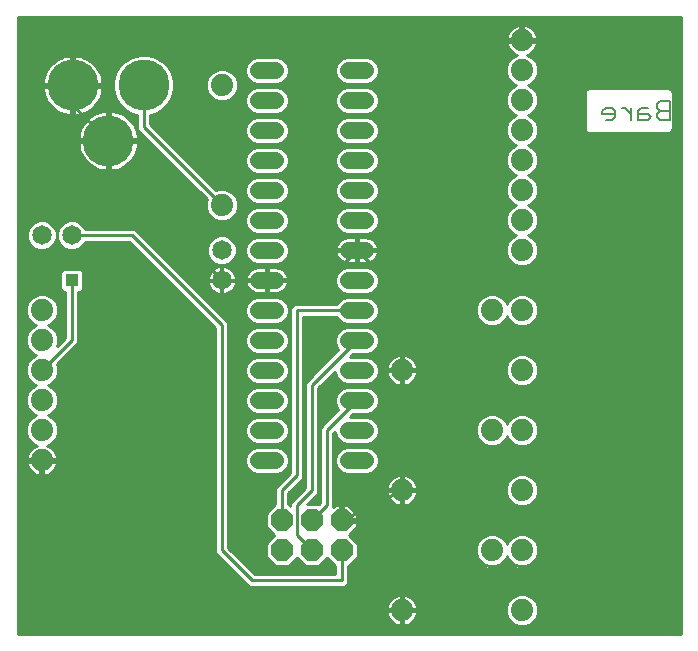
<source format=gbl>
G75*
%MOIN*%
%OFA0B0*%
%FSLAX25Y25*%
%IPPOS*%
%LPD*%
%AMOC8*
5,1,8,0,0,1.08239X$1,22.5*
%
%ADD10C,0.00600*%
%ADD11C,0.06500*%
%ADD12OC8,0.07400*%
%ADD13C,0.17000*%
%ADD14C,0.07400*%
%ADD15C,0.05600*%
%ADD16C,0.01000*%
%ADD17R,0.04362X0.04362*%
D10*
X0685209Y0176935D02*
X0689479Y0176935D01*
X0689479Y0175868D02*
X0689479Y0178003D01*
X0688411Y0179070D01*
X0686276Y0179070D01*
X0685209Y0178003D01*
X0685209Y0176935D01*
X0686276Y0174800D02*
X0688411Y0174800D01*
X0689479Y0175868D01*
X0692715Y0179070D02*
X0694850Y0176935D01*
X0694850Y0174800D02*
X0694850Y0179070D01*
X0692715Y0179070D02*
X0691647Y0179070D01*
X0697025Y0178003D02*
X0697025Y0174800D01*
X0700228Y0174800D01*
X0701296Y0175868D01*
X0700228Y0176935D01*
X0697025Y0176935D01*
X0697025Y0178003D02*
X0698093Y0179070D01*
X0700228Y0179070D01*
X0703471Y0179070D02*
X0704538Y0178003D01*
X0707741Y0178003D01*
X0707741Y0181205D02*
X0707741Y0174800D01*
X0704538Y0174800D01*
X0703471Y0175868D01*
X0703471Y0176935D01*
X0704538Y0178003D01*
X0703471Y0179070D02*
X0703471Y0180138D01*
X0704538Y0181205D01*
X0707741Y0181205D01*
D11*
X0558333Y0131500D03*
X0558333Y0121500D03*
X0508333Y0136500D03*
X0498333Y0136500D03*
D12*
X0578333Y0041500D03*
X0588333Y0041500D03*
X0598333Y0041500D03*
X0598333Y0031500D03*
X0588333Y0031500D03*
X0578333Y0031500D03*
D13*
X0520459Y0167996D03*
X0508648Y0186500D03*
X0532270Y0186500D03*
D14*
X0558333Y0186500D03*
X0658333Y0181500D03*
X0658333Y0191500D03*
X0658333Y0201500D03*
X0658333Y0171500D03*
X0658333Y0161500D03*
X0658333Y0151500D03*
X0658333Y0141500D03*
X0658333Y0131500D03*
X0658333Y0111500D03*
X0648333Y0111500D03*
X0658333Y0091500D03*
X0618333Y0091500D03*
X0648333Y0071500D03*
X0658333Y0071500D03*
X0658333Y0051500D03*
X0618333Y0051500D03*
X0648333Y0031500D03*
X0658333Y0031500D03*
X0658333Y0011500D03*
X0618333Y0011500D03*
X0498333Y0061500D03*
X0498333Y0071500D03*
X0498333Y0081500D03*
X0498333Y0091500D03*
X0498333Y0101500D03*
X0498333Y0111500D03*
X0558333Y0146500D03*
D15*
X0570533Y0141500D02*
X0576133Y0141500D01*
X0600533Y0141500D02*
X0606133Y0141500D01*
X0606133Y0131500D02*
X0600533Y0131500D01*
X0600533Y0121500D02*
X0606133Y0121500D01*
X0576133Y0121500D02*
X0570533Y0121500D01*
X0570533Y0131500D02*
X0576133Y0131500D01*
X0576133Y0111500D02*
X0570533Y0111500D01*
X0570533Y0101500D02*
X0576133Y0101500D01*
X0600533Y0101500D02*
X0606133Y0101500D01*
X0606133Y0091500D02*
X0600533Y0091500D01*
X0600533Y0081500D02*
X0606133Y0081500D01*
X0576133Y0081500D02*
X0570533Y0081500D01*
X0570533Y0091500D02*
X0576133Y0091500D01*
X0576133Y0071500D02*
X0570533Y0071500D01*
X0570533Y0061500D02*
X0576133Y0061500D01*
X0600533Y0061500D02*
X0606133Y0061500D01*
X0606133Y0071500D02*
X0600533Y0071500D01*
X0600533Y0111500D02*
X0606133Y0111500D01*
X0606133Y0151500D02*
X0600533Y0151500D01*
X0600533Y0161500D02*
X0606133Y0161500D01*
X0576133Y0161500D02*
X0570533Y0161500D01*
X0570533Y0151500D02*
X0576133Y0151500D01*
X0576133Y0171500D02*
X0570533Y0171500D01*
X0570533Y0181500D02*
X0576133Y0181500D01*
X0576133Y0191500D02*
X0570533Y0191500D01*
X0600533Y0191500D02*
X0606133Y0191500D01*
X0606133Y0181500D02*
X0600533Y0181500D01*
X0600533Y0171500D02*
X0606133Y0171500D01*
D16*
X0490433Y0209400D02*
X0490433Y0003600D01*
X0711233Y0003600D01*
X0711233Y0209400D01*
X0490433Y0209400D01*
X0490433Y0209138D02*
X0711233Y0209138D01*
X0711233Y0208140D02*
X0490433Y0208140D01*
X0490433Y0207141D02*
X0711233Y0207141D01*
X0711233Y0206143D02*
X0660675Y0206143D01*
X0660329Y0206319D02*
X0659551Y0206572D01*
X0658833Y0206686D01*
X0658833Y0202000D01*
X0657833Y0202000D01*
X0657833Y0201000D01*
X0653148Y0201000D01*
X0653261Y0200282D01*
X0653514Y0199504D01*
X0653886Y0198775D01*
X0654367Y0198112D01*
X0654946Y0197534D01*
X0655608Y0197053D01*
X0656337Y0196681D01*
X0656558Y0196609D01*
X0655274Y0196078D01*
X0653755Y0194559D01*
X0652933Y0192574D01*
X0652933Y0190426D01*
X0653755Y0188441D01*
X0655274Y0186922D01*
X0656294Y0186500D01*
X0655274Y0186078D01*
X0653755Y0184559D01*
X0652933Y0182574D01*
X0652933Y0180426D01*
X0653755Y0178441D01*
X0655274Y0176922D01*
X0656294Y0176500D01*
X0655274Y0176078D01*
X0653755Y0174559D01*
X0652933Y0172574D01*
X0652933Y0170426D01*
X0653755Y0168441D01*
X0655274Y0166922D01*
X0656294Y0166500D01*
X0655274Y0166078D01*
X0653755Y0164559D01*
X0652933Y0162574D01*
X0652933Y0160426D01*
X0653755Y0158441D01*
X0655274Y0156922D01*
X0656294Y0156500D01*
X0655274Y0156078D01*
X0653755Y0154559D01*
X0652933Y0152574D01*
X0652933Y0150426D01*
X0653755Y0148441D01*
X0655274Y0146922D01*
X0656294Y0146500D01*
X0655274Y0146078D01*
X0653755Y0144559D01*
X0652933Y0142574D01*
X0652933Y0140426D01*
X0653755Y0138441D01*
X0655274Y0136922D01*
X0656294Y0136500D01*
X0655274Y0136078D01*
X0653755Y0134559D01*
X0652933Y0132574D01*
X0652933Y0130426D01*
X0653755Y0128441D01*
X0655274Y0126922D01*
X0657259Y0126100D01*
X0659407Y0126100D01*
X0661392Y0126922D01*
X0662911Y0128441D01*
X0663733Y0130426D01*
X0663733Y0132574D01*
X0662911Y0134559D01*
X0661392Y0136078D01*
X0660373Y0136500D01*
X0661392Y0136922D01*
X0662911Y0138441D01*
X0663733Y0140426D01*
X0663733Y0142574D01*
X0662911Y0144559D01*
X0661392Y0146078D01*
X0660373Y0146500D01*
X0661392Y0146922D01*
X0662911Y0148441D01*
X0663733Y0150426D01*
X0663733Y0152574D01*
X0662911Y0154559D01*
X0661392Y0156078D01*
X0660373Y0156500D01*
X0661392Y0156922D01*
X0662911Y0158441D01*
X0663733Y0160426D01*
X0663733Y0162574D01*
X0662911Y0164559D01*
X0661392Y0166078D01*
X0660373Y0166500D01*
X0661392Y0166922D01*
X0662911Y0168441D01*
X0663733Y0170426D01*
X0663733Y0172574D01*
X0662911Y0174559D01*
X0661392Y0176078D01*
X0660373Y0176500D01*
X0661392Y0176922D01*
X0662911Y0178441D01*
X0663733Y0180426D01*
X0663733Y0182574D01*
X0662911Y0184559D01*
X0661392Y0186078D01*
X0660373Y0186500D01*
X0661392Y0186922D01*
X0662911Y0188441D01*
X0663733Y0190426D01*
X0663733Y0192574D01*
X0662911Y0194559D01*
X0661392Y0196078D01*
X0660109Y0196609D01*
X0660329Y0196681D01*
X0661059Y0197053D01*
X0661721Y0197534D01*
X0662300Y0198112D01*
X0662781Y0198775D01*
X0663152Y0199504D01*
X0663405Y0200282D01*
X0663519Y0201000D01*
X0658833Y0201000D01*
X0658833Y0202000D01*
X0663519Y0202000D01*
X0663405Y0202718D01*
X0663152Y0203496D01*
X0662781Y0204225D01*
X0662300Y0204888D01*
X0661721Y0205466D01*
X0661059Y0205947D01*
X0660329Y0206319D01*
X0658833Y0206143D02*
X0657833Y0206143D01*
X0657833Y0206686D02*
X0657116Y0206572D01*
X0656337Y0206319D01*
X0655608Y0205947D01*
X0654946Y0205466D01*
X0654367Y0204888D01*
X0653886Y0204225D01*
X0653514Y0203496D01*
X0653261Y0202718D01*
X0653148Y0202000D01*
X0657833Y0202000D01*
X0657833Y0206686D01*
X0657833Y0205144D02*
X0658833Y0205144D01*
X0658833Y0204146D02*
X0657833Y0204146D01*
X0657833Y0203147D02*
X0658833Y0203147D01*
X0658833Y0202149D02*
X0657833Y0202149D01*
X0658333Y0201500D02*
X0618333Y0201500D01*
X0618333Y0131500D01*
X0603333Y0131500D01*
X0618333Y0116500D01*
X0618333Y0091500D01*
X0618333Y0051500D01*
X0598333Y0041500D01*
X0598833Y0041388D02*
X0711233Y0041388D01*
X0711233Y0040390D02*
X0603533Y0040390D01*
X0603533Y0041000D02*
X0603533Y0039346D01*
X0600829Y0036641D01*
X0603733Y0033737D01*
X0603733Y0029263D01*
X0600570Y0026100D01*
X0600533Y0026100D01*
X0600533Y0020589D01*
X0599245Y0019300D01*
X0567422Y0019300D01*
X0566133Y0020589D01*
X0556133Y0030589D01*
X0556133Y0105589D01*
X0527422Y0134300D01*
X0512780Y0134300D01*
X0512530Y0133696D01*
X0511137Y0132304D01*
X0509318Y0131550D01*
X0507349Y0131550D01*
X0505529Y0132304D01*
X0504137Y0133696D01*
X0503383Y0135515D01*
X0503383Y0137485D01*
X0504137Y0139304D01*
X0505529Y0140696D01*
X0507349Y0141450D01*
X0509318Y0141450D01*
X0511137Y0140696D01*
X0512530Y0139304D01*
X0512780Y0138700D01*
X0529245Y0138700D01*
X0559245Y0108700D01*
X0560533Y0107411D01*
X0560533Y0032411D01*
X0569245Y0023700D01*
X0596133Y0023700D01*
X0596133Y0026100D01*
X0596097Y0026100D01*
X0593333Y0028863D01*
X0590570Y0026100D01*
X0586097Y0026100D01*
X0583333Y0028863D01*
X0580570Y0026100D01*
X0576097Y0026100D01*
X0572933Y0029263D01*
X0572933Y0033737D01*
X0575697Y0036500D01*
X0572933Y0039263D01*
X0572933Y0043737D01*
X0576097Y0046900D01*
X0576133Y0046900D01*
X0576133Y0052411D01*
X0581133Y0057411D01*
X0581133Y0112411D01*
X0582422Y0113700D01*
X0596574Y0113700D01*
X0596718Y0114049D01*
X0597984Y0115315D01*
X0599638Y0116000D01*
X0607028Y0116000D01*
X0608682Y0115315D01*
X0609948Y0114049D01*
X0610633Y0112395D01*
X0610633Y0110605D01*
X0609948Y0108951D01*
X0608682Y0107685D01*
X0607028Y0107000D01*
X0599638Y0107000D01*
X0597984Y0107685D01*
X0596718Y0108951D01*
X0596574Y0109300D01*
X0585533Y0109300D01*
X0585533Y0055589D01*
X0584245Y0054300D01*
X0580533Y0050589D01*
X0580533Y0046900D01*
X0580570Y0046900D01*
X0581133Y0046337D01*
X0581133Y0047411D01*
X0586133Y0052411D01*
X0586133Y0087411D01*
X0587422Y0088700D01*
X0597196Y0098474D01*
X0596718Y0098951D01*
X0596033Y0100605D01*
X0596033Y0102395D01*
X0596718Y0104049D01*
X0597984Y0105315D01*
X0599638Y0106000D01*
X0607028Y0106000D01*
X0608682Y0105315D01*
X0609948Y0104049D01*
X0610633Y0102395D01*
X0610633Y0100605D01*
X0609948Y0098951D01*
X0608682Y0097685D01*
X0607028Y0097000D01*
X0601945Y0097000D01*
X0600945Y0096000D01*
X0607028Y0096000D01*
X0608682Y0095315D01*
X0609948Y0094049D01*
X0610633Y0092395D01*
X0610633Y0090605D01*
X0609948Y0088951D01*
X0608682Y0087685D01*
X0607028Y0087000D01*
X0599638Y0087000D01*
X0597984Y0087685D01*
X0596718Y0088951D01*
X0596033Y0090605D01*
X0596033Y0091089D01*
X0590533Y0085589D01*
X0590533Y0050589D01*
X0589245Y0049300D01*
X0586845Y0046900D01*
X0590570Y0046900D01*
X0590596Y0046874D01*
X0591133Y0047411D01*
X0591133Y0072411D01*
X0597196Y0078474D01*
X0596718Y0078951D01*
X0596033Y0080605D01*
X0596033Y0082395D01*
X0596718Y0084049D01*
X0597984Y0085315D01*
X0599638Y0086000D01*
X0607028Y0086000D01*
X0608682Y0085315D01*
X0609948Y0084049D01*
X0610633Y0082395D01*
X0610633Y0080605D01*
X0609948Y0078951D01*
X0608682Y0077685D01*
X0607028Y0077000D01*
X0601945Y0077000D01*
X0600945Y0076000D01*
X0607028Y0076000D01*
X0608682Y0075315D01*
X0609948Y0074049D01*
X0610633Y0072395D01*
X0610633Y0070605D01*
X0609948Y0068951D01*
X0608682Y0067685D01*
X0607028Y0067000D01*
X0599638Y0067000D01*
X0597984Y0067685D01*
X0596718Y0068951D01*
X0596033Y0070605D01*
X0596033Y0071089D01*
X0595533Y0070589D01*
X0595533Y0046054D01*
X0596179Y0046700D01*
X0597833Y0046700D01*
X0597833Y0042000D01*
X0598833Y0042000D01*
X0598833Y0046700D01*
X0600487Y0046700D01*
X0603533Y0043654D01*
X0603533Y0042000D01*
X0598833Y0042000D01*
X0598833Y0041000D01*
X0603533Y0041000D01*
X0603533Y0042387D02*
X0711233Y0042387D01*
X0711233Y0043385D02*
X0603533Y0043385D01*
X0602803Y0044384D02*
X0711233Y0044384D01*
X0711233Y0045382D02*
X0601805Y0045382D01*
X0600806Y0046381D02*
X0617413Y0046381D01*
X0617116Y0046428D02*
X0617924Y0046300D01*
X0617947Y0046300D01*
X0617947Y0051114D01*
X0613133Y0051114D01*
X0613133Y0051091D01*
X0613261Y0050282D01*
X0613514Y0049504D01*
X0613886Y0048775D01*
X0614367Y0048112D01*
X0614946Y0047534D01*
X0615608Y0047053D01*
X0616337Y0046681D01*
X0617116Y0046428D01*
X0617947Y0046381D02*
X0618719Y0046381D01*
X0618719Y0046300D02*
X0618743Y0046300D01*
X0619551Y0046428D01*
X0620329Y0046681D01*
X0621059Y0047053D01*
X0621721Y0047534D01*
X0622300Y0048112D01*
X0622781Y0048775D01*
X0623152Y0049504D01*
X0623405Y0050282D01*
X0623533Y0051091D01*
X0623533Y0051114D01*
X0618719Y0051114D01*
X0618719Y0046300D01*
X0619253Y0046381D02*
X0656581Y0046381D01*
X0657259Y0046100D02*
X0659407Y0046100D01*
X0661392Y0046922D01*
X0662911Y0048441D01*
X0663733Y0050426D01*
X0663733Y0052574D01*
X0662911Y0054559D01*
X0661392Y0056078D01*
X0659407Y0056900D01*
X0657259Y0056900D01*
X0655274Y0056078D01*
X0653755Y0054559D01*
X0652933Y0052574D01*
X0652933Y0050426D01*
X0653755Y0048441D01*
X0655274Y0046922D01*
X0657259Y0046100D01*
X0654817Y0047379D02*
X0621509Y0047379D01*
X0622493Y0048378D02*
X0653819Y0048378D01*
X0653368Y0049376D02*
X0623087Y0049376D01*
X0623420Y0050375D02*
X0652954Y0050375D01*
X0652933Y0051373D02*
X0618719Y0051373D01*
X0618719Y0051114D02*
X0618719Y0051886D01*
X0617947Y0051886D01*
X0617947Y0051114D01*
X0618719Y0051114D01*
X0618333Y0051500D02*
X0618333Y0011500D01*
X0617947Y0011433D02*
X0490433Y0011433D01*
X0490433Y0010434D02*
X0613237Y0010434D01*
X0613261Y0010282D02*
X0613514Y0009504D01*
X0613886Y0008775D01*
X0614367Y0008112D01*
X0614946Y0007534D01*
X0615608Y0007053D01*
X0616337Y0006681D01*
X0617116Y0006428D01*
X0617924Y0006300D01*
X0617947Y0006300D01*
X0617947Y0011114D01*
X0613133Y0011114D01*
X0613133Y0011091D01*
X0613261Y0010282D01*
X0613549Y0009436D02*
X0490433Y0009436D01*
X0490433Y0008437D02*
X0614131Y0008437D01*
X0615076Y0007439D02*
X0490433Y0007439D01*
X0490433Y0006440D02*
X0617077Y0006440D01*
X0617947Y0006440D02*
X0618719Y0006440D01*
X0618719Y0006300D02*
X0618743Y0006300D01*
X0619551Y0006428D01*
X0620329Y0006681D01*
X0621059Y0007053D01*
X0621721Y0007534D01*
X0622300Y0008112D01*
X0622781Y0008775D01*
X0623152Y0009504D01*
X0623405Y0010282D01*
X0623533Y0011091D01*
X0623533Y0011114D01*
X0618719Y0011114D01*
X0618719Y0006300D01*
X0619589Y0006440D02*
X0656437Y0006440D01*
X0657259Y0006100D02*
X0655274Y0006922D01*
X0653755Y0008441D01*
X0652933Y0010426D01*
X0652933Y0012574D01*
X0653755Y0014559D01*
X0655274Y0016078D01*
X0657259Y0016900D01*
X0659407Y0016900D01*
X0661392Y0016078D01*
X0662911Y0014559D01*
X0663733Y0012574D01*
X0663733Y0010426D01*
X0662911Y0008441D01*
X0661392Y0006922D01*
X0659407Y0006100D01*
X0657259Y0006100D01*
X0654758Y0007439D02*
X0621591Y0007439D01*
X0622536Y0008437D02*
X0653759Y0008437D01*
X0653343Y0009436D02*
X0623118Y0009436D01*
X0623429Y0010434D02*
X0652933Y0010434D01*
X0652933Y0011433D02*
X0618719Y0011433D01*
X0618719Y0011114D02*
X0618719Y0011886D01*
X0617947Y0011886D01*
X0617947Y0011114D01*
X0618719Y0011114D01*
X0618719Y0010434D02*
X0617947Y0010434D01*
X0617947Y0009436D02*
X0618719Y0009436D01*
X0618719Y0008437D02*
X0617947Y0008437D01*
X0617947Y0007439D02*
X0618719Y0007439D01*
X0618719Y0011886D02*
X0623533Y0011886D01*
X0623533Y0011909D01*
X0623405Y0012718D01*
X0623152Y0013496D01*
X0622781Y0014225D01*
X0622300Y0014888D01*
X0621721Y0015466D01*
X0621059Y0015947D01*
X0620329Y0016319D01*
X0619551Y0016572D01*
X0618743Y0016700D01*
X0618719Y0016700D01*
X0618719Y0011886D01*
X0618719Y0012432D02*
X0617947Y0012432D01*
X0617947Y0011886D02*
X0617947Y0016700D01*
X0617924Y0016700D01*
X0617116Y0016572D01*
X0616337Y0016319D01*
X0615608Y0015947D01*
X0614946Y0015466D01*
X0614367Y0014888D01*
X0613886Y0014225D01*
X0613514Y0013496D01*
X0613261Y0012718D01*
X0613133Y0011909D01*
X0613133Y0011886D01*
X0617947Y0011886D01*
X0617947Y0013430D02*
X0618719Y0013430D01*
X0618719Y0014429D02*
X0617947Y0014429D01*
X0617947Y0015427D02*
X0618719Y0015427D01*
X0618719Y0016426D02*
X0617947Y0016426D01*
X0616665Y0016426D02*
X0490433Y0016426D01*
X0490433Y0017424D02*
X0711233Y0017424D01*
X0711233Y0016426D02*
X0660553Y0016426D01*
X0662043Y0015427D02*
X0711233Y0015427D01*
X0711233Y0014429D02*
X0662965Y0014429D01*
X0663379Y0013430D02*
X0711233Y0013430D01*
X0711233Y0012432D02*
X0663733Y0012432D01*
X0663733Y0011433D02*
X0711233Y0011433D01*
X0711233Y0010434D02*
X0663733Y0010434D01*
X0663323Y0009436D02*
X0711233Y0009436D01*
X0711233Y0008437D02*
X0662908Y0008437D01*
X0661909Y0007439D02*
X0711233Y0007439D01*
X0711233Y0006440D02*
X0660229Y0006440D01*
X0652933Y0012432D02*
X0623451Y0012432D01*
X0623174Y0013430D02*
X0653288Y0013430D01*
X0653701Y0014429D02*
X0622633Y0014429D01*
X0621760Y0015427D02*
X0654624Y0015427D01*
X0656114Y0016426D02*
X0620002Y0016426D01*
X0614906Y0015427D02*
X0490433Y0015427D01*
X0490433Y0014429D02*
X0614033Y0014429D01*
X0613493Y0013430D02*
X0490433Y0013430D01*
X0490433Y0012432D02*
X0613216Y0012432D01*
X0600364Y0020420D02*
X0711233Y0020420D01*
X0711233Y0021418D02*
X0600533Y0021418D01*
X0600533Y0022417D02*
X0711233Y0022417D01*
X0711233Y0023415D02*
X0600533Y0023415D01*
X0600533Y0024414D02*
X0711233Y0024414D01*
X0711233Y0025412D02*
X0600533Y0025412D01*
X0600881Y0026411D02*
X0646509Y0026411D01*
X0647259Y0026100D02*
X0649407Y0026100D01*
X0651392Y0026922D01*
X0652911Y0028441D01*
X0653333Y0029460D01*
X0653755Y0028441D01*
X0655274Y0026922D01*
X0657259Y0026100D01*
X0659407Y0026100D01*
X0661392Y0026922D01*
X0662911Y0028441D01*
X0663733Y0030426D01*
X0663733Y0032574D01*
X0662911Y0034559D01*
X0661392Y0036078D01*
X0659407Y0036900D01*
X0657259Y0036900D01*
X0655274Y0036078D01*
X0653755Y0034559D01*
X0653333Y0033540D01*
X0652911Y0034559D01*
X0651392Y0036078D01*
X0649407Y0036900D01*
X0647259Y0036900D01*
X0645274Y0036078D01*
X0643755Y0034559D01*
X0642933Y0032574D01*
X0642933Y0030426D01*
X0643755Y0028441D01*
X0645274Y0026922D01*
X0647259Y0026100D01*
X0644787Y0027409D02*
X0601879Y0027409D01*
X0602878Y0028408D02*
X0643789Y0028408D01*
X0643356Y0029406D02*
X0603733Y0029406D01*
X0603733Y0030405D02*
X0642942Y0030405D01*
X0642933Y0031403D02*
X0603733Y0031403D01*
X0603733Y0032402D02*
X0642933Y0032402D01*
X0643276Y0033400D02*
X0603733Y0033400D01*
X0603071Y0034399D02*
X0643689Y0034399D01*
X0644594Y0035397D02*
X0602073Y0035397D01*
X0601074Y0036396D02*
X0646042Y0036396D01*
X0650625Y0036396D02*
X0656042Y0036396D01*
X0654594Y0035397D02*
X0652073Y0035397D01*
X0652978Y0034399D02*
X0653689Y0034399D01*
X0660625Y0036396D02*
X0711233Y0036396D01*
X0711233Y0037394D02*
X0601582Y0037394D01*
X0602580Y0038393D02*
X0711233Y0038393D01*
X0711233Y0039391D02*
X0603533Y0039391D01*
X0598833Y0042387D02*
X0597833Y0042387D01*
X0597833Y0043385D02*
X0598833Y0043385D01*
X0598833Y0044384D02*
X0597833Y0044384D01*
X0597833Y0045382D02*
X0598833Y0045382D01*
X0598833Y0046381D02*
X0597833Y0046381D01*
X0595860Y0046381D02*
X0595533Y0046381D01*
X0595533Y0047379D02*
X0615158Y0047379D01*
X0614174Y0048378D02*
X0595533Y0048378D01*
X0595533Y0049376D02*
X0613579Y0049376D01*
X0613247Y0050375D02*
X0595533Y0050375D01*
X0595533Y0051373D02*
X0617947Y0051373D01*
X0617947Y0051886D02*
X0613133Y0051886D01*
X0613133Y0051909D01*
X0613261Y0052718D01*
X0613514Y0053496D01*
X0613886Y0054225D01*
X0614367Y0054888D01*
X0614946Y0055466D01*
X0615608Y0055947D01*
X0616337Y0056319D01*
X0617116Y0056572D01*
X0617924Y0056700D01*
X0617947Y0056700D01*
X0617947Y0051886D01*
X0617947Y0052372D02*
X0618719Y0052372D01*
X0618719Y0051886D02*
X0618719Y0056700D01*
X0618743Y0056700D01*
X0619551Y0056572D01*
X0620329Y0056319D01*
X0621059Y0055947D01*
X0621721Y0055466D01*
X0622300Y0054888D01*
X0622781Y0054225D01*
X0623152Y0053496D01*
X0623405Y0052718D01*
X0623533Y0051909D01*
X0623533Y0051886D01*
X0618719Y0051886D01*
X0618719Y0053370D02*
X0617947Y0053370D01*
X0617947Y0054369D02*
X0618719Y0054369D01*
X0618719Y0055368D02*
X0617947Y0055368D01*
X0617947Y0056366D02*
X0618719Y0056366D01*
X0620185Y0056366D02*
X0655970Y0056366D01*
X0654564Y0055368D02*
X0621820Y0055368D01*
X0622676Y0054369D02*
X0653677Y0054369D01*
X0653263Y0053370D02*
X0623193Y0053370D01*
X0623460Y0052372D02*
X0652933Y0052372D01*
X0662103Y0055368D02*
X0711233Y0055368D01*
X0711233Y0056366D02*
X0660697Y0056366D01*
X0662990Y0054369D02*
X0711233Y0054369D01*
X0711233Y0053370D02*
X0663403Y0053370D01*
X0663733Y0052372D02*
X0711233Y0052372D01*
X0711233Y0051373D02*
X0663733Y0051373D01*
X0663712Y0050375D02*
X0711233Y0050375D01*
X0711233Y0049376D02*
X0663299Y0049376D01*
X0662848Y0048378D02*
X0711233Y0048378D01*
X0711233Y0047379D02*
X0661849Y0047379D01*
X0660086Y0046381D02*
X0711233Y0046381D01*
X0711233Y0057365D02*
X0607908Y0057365D01*
X0608682Y0057685D02*
X0609948Y0058951D01*
X0610633Y0060605D01*
X0610633Y0062395D01*
X0609948Y0064049D01*
X0608682Y0065315D01*
X0607028Y0066000D01*
X0599638Y0066000D01*
X0597984Y0065315D01*
X0596718Y0064049D01*
X0596033Y0062395D01*
X0596033Y0060605D01*
X0596718Y0058951D01*
X0597984Y0057685D01*
X0599638Y0057000D01*
X0607028Y0057000D01*
X0608682Y0057685D01*
X0609360Y0058363D02*
X0711233Y0058363D01*
X0711233Y0059362D02*
X0610118Y0059362D01*
X0610532Y0060360D02*
X0711233Y0060360D01*
X0711233Y0061359D02*
X0610633Y0061359D01*
X0610633Y0062357D02*
X0711233Y0062357D01*
X0711233Y0063356D02*
X0610235Y0063356D01*
X0609643Y0064354D02*
X0711233Y0064354D01*
X0711233Y0065353D02*
X0608591Y0065353D01*
X0607873Y0067350D02*
X0644847Y0067350D01*
X0645274Y0066922D02*
X0647259Y0066100D01*
X0649407Y0066100D01*
X0651392Y0066922D01*
X0652911Y0068441D01*
X0653333Y0069460D01*
X0653755Y0068441D01*
X0655274Y0066922D01*
X0657259Y0066100D01*
X0659407Y0066100D01*
X0661392Y0066922D01*
X0662911Y0068441D01*
X0663733Y0070426D01*
X0663733Y0072574D01*
X0662911Y0074559D01*
X0661392Y0076078D01*
X0659407Y0076900D01*
X0657259Y0076900D01*
X0655274Y0076078D01*
X0653755Y0074559D01*
X0653333Y0073540D01*
X0652911Y0074559D01*
X0651392Y0076078D01*
X0649407Y0076900D01*
X0647259Y0076900D01*
X0645274Y0076078D01*
X0643755Y0074559D01*
X0642933Y0072574D01*
X0642933Y0070426D01*
X0643755Y0068441D01*
X0645274Y0066922D01*
X0646653Y0066351D02*
X0595533Y0066351D01*
X0595533Y0065353D02*
X0598075Y0065353D01*
X0597023Y0064354D02*
X0595533Y0064354D01*
X0595533Y0063356D02*
X0596431Y0063356D01*
X0596033Y0062357D02*
X0595533Y0062357D01*
X0595533Y0061359D02*
X0596033Y0061359D01*
X0596135Y0060360D02*
X0595533Y0060360D01*
X0595533Y0059362D02*
X0596548Y0059362D01*
X0597306Y0058363D02*
X0595533Y0058363D01*
X0595533Y0057365D02*
X0598758Y0057365D01*
X0595533Y0056366D02*
X0616482Y0056366D01*
X0614847Y0055368D02*
X0595533Y0055368D01*
X0595533Y0054369D02*
X0613990Y0054369D01*
X0613473Y0053370D02*
X0595533Y0053370D01*
X0595533Y0052372D02*
X0613207Y0052372D01*
X0617947Y0050375D02*
X0618719Y0050375D01*
X0618719Y0049376D02*
X0617947Y0049376D01*
X0617947Y0048378D02*
X0618719Y0048378D01*
X0618719Y0047379D02*
X0617947Y0047379D01*
X0593333Y0046500D02*
X0593333Y0071500D01*
X0603333Y0081500D01*
X0596994Y0084324D02*
X0590533Y0084324D01*
X0590533Y0083326D02*
X0596419Y0083326D01*
X0596033Y0082327D02*
X0590533Y0082327D01*
X0590533Y0081329D02*
X0596033Y0081329D01*
X0596147Y0080330D02*
X0590533Y0080330D01*
X0590533Y0079332D02*
X0596561Y0079332D01*
X0597055Y0078333D02*
X0590533Y0078333D01*
X0590533Y0077335D02*
X0596057Y0077335D01*
X0595058Y0076336D02*
X0590533Y0076336D01*
X0590533Y0075338D02*
X0594060Y0075338D01*
X0593061Y0074339D02*
X0590533Y0074339D01*
X0590533Y0073341D02*
X0592063Y0073341D01*
X0591133Y0072342D02*
X0590533Y0072342D01*
X0590533Y0071344D02*
X0591133Y0071344D01*
X0591133Y0070345D02*
X0590533Y0070345D01*
X0590533Y0069347D02*
X0591133Y0069347D01*
X0591133Y0068348D02*
X0590533Y0068348D01*
X0590533Y0067350D02*
X0591133Y0067350D01*
X0591133Y0066351D02*
X0590533Y0066351D01*
X0590533Y0065353D02*
X0591133Y0065353D01*
X0591133Y0064354D02*
X0590533Y0064354D01*
X0590533Y0063356D02*
X0591133Y0063356D01*
X0591133Y0062357D02*
X0590533Y0062357D01*
X0590533Y0061359D02*
X0591133Y0061359D01*
X0591133Y0060360D02*
X0590533Y0060360D01*
X0590533Y0059362D02*
X0591133Y0059362D01*
X0591133Y0058363D02*
X0590533Y0058363D01*
X0590533Y0057365D02*
X0591133Y0057365D01*
X0591133Y0056366D02*
X0590533Y0056366D01*
X0590533Y0055368D02*
X0591133Y0055368D01*
X0591133Y0054369D02*
X0590533Y0054369D01*
X0590533Y0053370D02*
X0591133Y0053370D01*
X0591133Y0052372D02*
X0590533Y0052372D01*
X0590533Y0051373D02*
X0591133Y0051373D01*
X0591133Y0050375D02*
X0590320Y0050375D01*
X0591133Y0049376D02*
X0589321Y0049376D01*
X0588323Y0048378D02*
X0591133Y0048378D01*
X0591101Y0047379D02*
X0587324Y0047379D01*
X0583333Y0046500D02*
X0588333Y0051500D01*
X0588333Y0086500D01*
X0603333Y0101500D01*
X0609301Y0098303D02*
X0711233Y0098303D01*
X0711233Y0097305D02*
X0607765Y0097305D01*
X0608689Y0095308D02*
X0614787Y0095308D01*
X0614946Y0095466D02*
X0614367Y0094888D01*
X0613886Y0094225D01*
X0613514Y0093496D01*
X0613261Y0092718D01*
X0613133Y0091909D01*
X0613133Y0091886D01*
X0617947Y0091886D01*
X0617947Y0091114D01*
X0613133Y0091114D01*
X0613133Y0091091D01*
X0613261Y0090282D01*
X0613514Y0089504D01*
X0613886Y0088775D01*
X0614367Y0088112D01*
X0614946Y0087534D01*
X0615608Y0087053D01*
X0616337Y0086681D01*
X0617116Y0086428D01*
X0617924Y0086300D01*
X0617947Y0086300D01*
X0617947Y0091114D01*
X0618719Y0091114D01*
X0618719Y0086300D01*
X0618743Y0086300D01*
X0619551Y0086428D01*
X0620329Y0086681D01*
X0621059Y0087053D01*
X0621721Y0087534D01*
X0622300Y0088112D01*
X0622781Y0088775D01*
X0623152Y0089504D01*
X0623405Y0090282D01*
X0623533Y0091091D01*
X0623533Y0091114D01*
X0618719Y0091114D01*
X0618719Y0091886D01*
X0617947Y0091886D01*
X0617947Y0096700D01*
X0617924Y0096700D01*
X0617116Y0096572D01*
X0616337Y0096319D01*
X0615608Y0095947D01*
X0614946Y0095466D01*
X0613947Y0094309D02*
X0609688Y0094309D01*
X0610254Y0093311D02*
X0613454Y0093311D01*
X0613197Y0092312D02*
X0610633Y0092312D01*
X0610633Y0091314D02*
X0617947Y0091314D01*
X0618719Y0091314D02*
X0652933Y0091314D01*
X0652933Y0090426D02*
X0653755Y0088441D01*
X0655274Y0086922D01*
X0657259Y0086100D01*
X0659407Y0086100D01*
X0661392Y0086922D01*
X0662911Y0088441D01*
X0663733Y0090426D01*
X0663733Y0092574D01*
X0662911Y0094559D01*
X0661392Y0096078D01*
X0659407Y0096900D01*
X0657259Y0096900D01*
X0655274Y0096078D01*
X0653755Y0094559D01*
X0652933Y0092574D01*
X0652933Y0090426D01*
X0652979Y0090315D02*
X0623411Y0090315D01*
X0623057Y0089317D02*
X0653393Y0089317D01*
X0653878Y0088318D02*
X0622449Y0088318D01*
X0621427Y0087320D02*
X0654877Y0087320D01*
X0656725Y0086321D02*
X0618877Y0086321D01*
X0618719Y0086321D02*
X0617947Y0086321D01*
X0617789Y0086321D02*
X0591266Y0086321D01*
X0590533Y0085323D02*
X0598003Y0085323D01*
X0598866Y0087320D02*
X0592264Y0087320D01*
X0593263Y0088318D02*
X0597351Y0088318D01*
X0596567Y0089317D02*
X0594261Y0089317D01*
X0595260Y0090315D02*
X0596153Y0090315D01*
X0592033Y0093311D02*
X0585533Y0093311D01*
X0585533Y0094309D02*
X0593032Y0094309D01*
X0594030Y0095308D02*
X0585533Y0095308D01*
X0585533Y0096306D02*
X0595029Y0096306D01*
X0596027Y0097305D02*
X0585533Y0097305D01*
X0585533Y0098303D02*
X0597026Y0098303D01*
X0596573Y0099302D02*
X0585533Y0099302D01*
X0585533Y0100301D02*
X0596159Y0100301D01*
X0596033Y0101299D02*
X0585533Y0101299D01*
X0585533Y0102298D02*
X0596033Y0102298D01*
X0596407Y0103296D02*
X0585533Y0103296D01*
X0585533Y0104295D02*
X0596964Y0104295D01*
X0597962Y0105293D02*
X0585533Y0105293D01*
X0585533Y0106292D02*
X0646797Y0106292D01*
X0647259Y0106100D02*
X0649407Y0106100D01*
X0651392Y0106922D01*
X0652911Y0108441D01*
X0653333Y0109460D01*
X0653755Y0108441D01*
X0655274Y0106922D01*
X0657259Y0106100D01*
X0659407Y0106100D01*
X0661392Y0106922D01*
X0662911Y0108441D01*
X0663733Y0110426D01*
X0663733Y0112574D01*
X0662911Y0114559D01*
X0661392Y0116078D01*
X0659407Y0116900D01*
X0657259Y0116900D01*
X0655274Y0116078D01*
X0653755Y0114559D01*
X0653333Y0113540D01*
X0652911Y0114559D01*
X0651392Y0116078D01*
X0649407Y0116900D01*
X0647259Y0116900D01*
X0645274Y0116078D01*
X0643755Y0114559D01*
X0642933Y0112574D01*
X0642933Y0110426D01*
X0643755Y0108441D01*
X0645274Y0106922D01*
X0647259Y0106100D01*
X0649870Y0106292D02*
X0656797Y0106292D01*
X0654906Y0107290D02*
X0651760Y0107290D01*
X0652759Y0108289D02*
X0653908Y0108289D01*
X0653405Y0109287D02*
X0653262Y0109287D01*
X0644906Y0107290D02*
X0607729Y0107290D01*
X0609286Y0108289D02*
X0643908Y0108289D01*
X0643405Y0109287D02*
X0610087Y0109287D01*
X0610501Y0110286D02*
X0642991Y0110286D01*
X0642933Y0111284D02*
X0610633Y0111284D01*
X0610633Y0112283D02*
X0642933Y0112283D01*
X0643226Y0113281D02*
X0610266Y0113281D01*
X0609718Y0114280D02*
X0643640Y0114280D01*
X0644475Y0115278D02*
X0608719Y0115278D01*
X0607693Y0117275D02*
X0711233Y0117275D01*
X0711233Y0116277D02*
X0660912Y0116277D01*
X0662192Y0115278D02*
X0711233Y0115278D01*
X0711233Y0114280D02*
X0663027Y0114280D01*
X0663440Y0113281D02*
X0711233Y0113281D01*
X0711233Y0112283D02*
X0663733Y0112283D01*
X0663733Y0111284D02*
X0711233Y0111284D01*
X0711233Y0110286D02*
X0663675Y0110286D01*
X0663262Y0109287D02*
X0711233Y0109287D01*
X0711233Y0108289D02*
X0662759Y0108289D01*
X0661760Y0107290D02*
X0711233Y0107290D01*
X0711233Y0106292D02*
X0659870Y0106292D01*
X0660840Y0096306D02*
X0711233Y0096306D01*
X0711233Y0095308D02*
X0662162Y0095308D01*
X0663015Y0094309D02*
X0711233Y0094309D01*
X0711233Y0093311D02*
X0663428Y0093311D01*
X0663733Y0092312D02*
X0711233Y0092312D01*
X0711233Y0091314D02*
X0663733Y0091314D01*
X0663688Y0090315D02*
X0711233Y0090315D01*
X0711233Y0089317D02*
X0663274Y0089317D01*
X0662788Y0088318D02*
X0711233Y0088318D01*
X0711233Y0087320D02*
X0661790Y0087320D01*
X0659942Y0086321D02*
X0711233Y0086321D01*
X0711233Y0085323D02*
X0608663Y0085323D01*
X0609673Y0084324D02*
X0711233Y0084324D01*
X0711233Y0083326D02*
X0610248Y0083326D01*
X0610633Y0082327D02*
X0711233Y0082327D01*
X0711233Y0081329D02*
X0610633Y0081329D01*
X0610520Y0080330D02*
X0711233Y0080330D01*
X0711233Y0079332D02*
X0610106Y0079332D01*
X0609331Y0078333D02*
X0711233Y0078333D01*
X0711233Y0077335D02*
X0607837Y0077335D01*
X0608627Y0075338D02*
X0644534Y0075338D01*
X0643664Y0074339D02*
X0609658Y0074339D01*
X0610242Y0073341D02*
X0643251Y0073341D01*
X0642933Y0072342D02*
X0610633Y0072342D01*
X0610633Y0071344D02*
X0642933Y0071344D01*
X0642967Y0070345D02*
X0610526Y0070345D01*
X0610112Y0069347D02*
X0643380Y0069347D01*
X0643848Y0068348D02*
X0609345Y0068348D01*
X0598794Y0067350D02*
X0595533Y0067350D01*
X0595533Y0068348D02*
X0597321Y0068348D01*
X0596554Y0069347D02*
X0595533Y0069347D01*
X0595533Y0070345D02*
X0596141Y0070345D01*
X0601281Y0076336D02*
X0645898Y0076336D01*
X0650768Y0076336D02*
X0655898Y0076336D01*
X0654534Y0075338D02*
X0652132Y0075338D01*
X0653002Y0074339D02*
X0653664Y0074339D01*
X0660768Y0076336D02*
X0711233Y0076336D01*
X0711233Y0075338D02*
X0662132Y0075338D01*
X0663002Y0074339D02*
X0711233Y0074339D01*
X0711233Y0073341D02*
X0663416Y0073341D01*
X0663733Y0072342D02*
X0711233Y0072342D01*
X0711233Y0071344D02*
X0663733Y0071344D01*
X0663700Y0070345D02*
X0711233Y0070345D01*
X0711233Y0069347D02*
X0663286Y0069347D01*
X0662818Y0068348D02*
X0711233Y0068348D01*
X0711233Y0067350D02*
X0661820Y0067350D01*
X0660014Y0066351D02*
X0711233Y0066351D01*
X0656653Y0066351D02*
X0650014Y0066351D01*
X0651820Y0067350D02*
X0654847Y0067350D01*
X0653848Y0068348D02*
X0652818Y0068348D01*
X0653286Y0069347D02*
X0653380Y0069347D01*
X0618719Y0087320D02*
X0617947Y0087320D01*
X0617947Y0088318D02*
X0618719Y0088318D01*
X0618719Y0089317D02*
X0617947Y0089317D01*
X0617947Y0090315D02*
X0618719Y0090315D01*
X0618719Y0091886D02*
X0623533Y0091886D01*
X0623533Y0091909D01*
X0623405Y0092718D01*
X0623152Y0093496D01*
X0622781Y0094225D01*
X0622300Y0094888D01*
X0621721Y0095466D01*
X0621059Y0095947D01*
X0620329Y0096319D01*
X0619551Y0096572D01*
X0618743Y0096700D01*
X0618719Y0096700D01*
X0618719Y0091886D01*
X0618719Y0092312D02*
X0617947Y0092312D01*
X0617947Y0093311D02*
X0618719Y0093311D01*
X0618719Y0094309D02*
X0617947Y0094309D01*
X0617947Y0095308D02*
X0618719Y0095308D01*
X0618719Y0096306D02*
X0617947Y0096306D01*
X0616313Y0096306D02*
X0601251Y0096306D01*
X0610094Y0099302D02*
X0711233Y0099302D01*
X0711233Y0100301D02*
X0610507Y0100301D01*
X0610633Y0101299D02*
X0711233Y0101299D01*
X0711233Y0102298D02*
X0610633Y0102298D01*
X0610260Y0103296D02*
X0711233Y0103296D01*
X0711233Y0104295D02*
X0609703Y0104295D01*
X0608704Y0105293D02*
X0711233Y0105293D01*
X0711233Y0118274D02*
X0609271Y0118274D01*
X0608682Y0117685D02*
X0609948Y0118951D01*
X0610633Y0120605D01*
X0610633Y0122395D01*
X0609948Y0124049D01*
X0608682Y0125315D01*
X0607028Y0126000D01*
X0599638Y0126000D01*
X0597984Y0125315D01*
X0596718Y0124049D01*
X0596033Y0122395D01*
X0596033Y0120605D01*
X0596718Y0118951D01*
X0597984Y0117685D01*
X0599638Y0117000D01*
X0607028Y0117000D01*
X0608682Y0117685D01*
X0610081Y0119272D02*
X0711233Y0119272D01*
X0711233Y0120271D02*
X0610495Y0120271D01*
X0610633Y0121269D02*
X0711233Y0121269D01*
X0711233Y0122268D02*
X0610633Y0122268D01*
X0610272Y0123266D02*
X0711233Y0123266D01*
X0711233Y0124265D02*
X0609732Y0124265D01*
X0608734Y0125263D02*
X0711233Y0125263D01*
X0711233Y0126262D02*
X0659798Y0126262D01*
X0661730Y0127260D02*
X0711233Y0127260D01*
X0711233Y0128259D02*
X0662729Y0128259D01*
X0663249Y0129257D02*
X0711233Y0129257D01*
X0711233Y0130256D02*
X0663663Y0130256D01*
X0663733Y0131254D02*
X0711233Y0131254D01*
X0711233Y0132253D02*
X0663733Y0132253D01*
X0663453Y0133251D02*
X0711233Y0133251D01*
X0711233Y0134250D02*
X0663039Y0134250D01*
X0662222Y0135248D02*
X0711233Y0135248D01*
X0711233Y0136247D02*
X0660984Y0136247D01*
X0661716Y0137245D02*
X0711233Y0137245D01*
X0711233Y0138244D02*
X0662714Y0138244D01*
X0663243Y0139242D02*
X0711233Y0139242D01*
X0711233Y0140241D02*
X0663657Y0140241D01*
X0663733Y0141239D02*
X0711233Y0141239D01*
X0711233Y0142238D02*
X0663733Y0142238D01*
X0663459Y0143237D02*
X0711233Y0143237D01*
X0711233Y0144235D02*
X0663045Y0144235D01*
X0662237Y0145234D02*
X0711233Y0145234D01*
X0711233Y0146232D02*
X0661020Y0146232D01*
X0661701Y0147231D02*
X0711233Y0147231D01*
X0711233Y0148229D02*
X0662699Y0148229D01*
X0663237Y0149228D02*
X0711233Y0149228D01*
X0711233Y0150226D02*
X0663651Y0150226D01*
X0663733Y0151225D02*
X0711233Y0151225D01*
X0711233Y0152223D02*
X0663733Y0152223D01*
X0663465Y0153222D02*
X0711233Y0153222D01*
X0711233Y0154220D02*
X0663052Y0154220D01*
X0662251Y0155219D02*
X0711233Y0155219D01*
X0711233Y0156217D02*
X0661056Y0156217D01*
X0661686Y0157216D02*
X0711233Y0157216D01*
X0711233Y0158214D02*
X0662684Y0158214D01*
X0663231Y0159213D02*
X0711233Y0159213D01*
X0711233Y0160211D02*
X0663644Y0160211D01*
X0663733Y0161210D02*
X0711233Y0161210D01*
X0711233Y0162208D02*
X0663733Y0162208D01*
X0663471Y0163207D02*
X0711233Y0163207D01*
X0711233Y0164205D02*
X0663058Y0164205D01*
X0662266Y0165204D02*
X0711233Y0165204D01*
X0711233Y0166202D02*
X0661092Y0166202D01*
X0661671Y0167201D02*
X0711233Y0167201D01*
X0711233Y0168199D02*
X0662669Y0168199D01*
X0663225Y0169198D02*
X0711233Y0169198D01*
X0711233Y0170196D02*
X0663638Y0170196D01*
X0663733Y0171195D02*
X0679603Y0171195D01*
X0679583Y0171220D02*
X0679719Y0171043D01*
X0679877Y0170886D01*
X0680053Y0170750D01*
X0680246Y0170639D01*
X0680452Y0170553D01*
X0680668Y0170496D01*
X0680889Y0170467D01*
X0706968Y0170467D01*
X0707189Y0170496D01*
X0707404Y0170553D01*
X0707610Y0170639D01*
X0707803Y0170750D01*
X0707980Y0170886D01*
X0708138Y0171043D01*
X0708273Y0171220D01*
X0708385Y0171413D01*
X0708470Y0171619D01*
X0708528Y0171834D01*
X0708557Y0172055D01*
X0708557Y0183945D01*
X0708528Y0184166D01*
X0708470Y0184381D01*
X0708385Y0184587D01*
X0708273Y0184780D01*
X0708138Y0184957D01*
X0707980Y0185114D01*
X0707803Y0185250D01*
X0707610Y0185361D01*
X0707404Y0185447D01*
X0707189Y0185504D01*
X0706968Y0185533D01*
X0680889Y0185533D01*
X0680668Y0185504D01*
X0680452Y0185447D01*
X0680246Y0185361D01*
X0680053Y0185250D01*
X0679877Y0185114D01*
X0679719Y0184957D01*
X0679583Y0184780D01*
X0679472Y0184587D01*
X0679387Y0184381D01*
X0679329Y0184166D01*
X0679300Y0183945D01*
X0679300Y0172055D01*
X0679329Y0171834D01*
X0679387Y0171619D01*
X0679472Y0171413D01*
X0679583Y0171220D01*
X0679300Y0172193D02*
X0663733Y0172193D01*
X0663477Y0173192D02*
X0679300Y0173192D01*
X0679300Y0174190D02*
X0663064Y0174190D01*
X0662281Y0175189D02*
X0679300Y0175189D01*
X0679300Y0176187D02*
X0661128Y0176187D01*
X0661656Y0177186D02*
X0679300Y0177186D01*
X0679300Y0178184D02*
X0662654Y0178184D01*
X0663218Y0179183D02*
X0679300Y0179183D01*
X0679300Y0180181D02*
X0663632Y0180181D01*
X0663733Y0181180D02*
X0679300Y0181180D01*
X0679300Y0182178D02*
X0663733Y0182178D01*
X0663484Y0183177D02*
X0679300Y0183177D01*
X0679332Y0184175D02*
X0663070Y0184175D01*
X0662296Y0185174D02*
X0679955Y0185174D01*
X0663626Y0190167D02*
X0711233Y0190167D01*
X0711233Y0191165D02*
X0663733Y0191165D01*
X0663733Y0192164D02*
X0711233Y0192164D01*
X0711233Y0193162D02*
X0663490Y0193162D01*
X0663076Y0194161D02*
X0711233Y0194161D01*
X0711233Y0195159D02*
X0662311Y0195159D01*
X0661200Y0196158D02*
X0711233Y0196158D01*
X0711233Y0197156D02*
X0661201Y0197156D01*
X0662330Y0198155D02*
X0711233Y0198155D01*
X0711233Y0199153D02*
X0662974Y0199153D01*
X0663363Y0200152D02*
X0711233Y0200152D01*
X0711233Y0201150D02*
X0658833Y0201150D01*
X0657833Y0201150D02*
X0490433Y0201150D01*
X0490433Y0200152D02*
X0653304Y0200152D01*
X0653693Y0199153D02*
X0490433Y0199153D01*
X0490433Y0198155D02*
X0654336Y0198155D01*
X0655465Y0197156D02*
X0490433Y0197156D01*
X0490433Y0196158D02*
X0506021Y0196158D01*
X0505876Y0196124D02*
X0504815Y0195753D01*
X0503803Y0195266D01*
X0502852Y0194668D01*
X0501974Y0193968D01*
X0501180Y0193174D01*
X0500480Y0192296D01*
X0499882Y0191345D01*
X0499395Y0190333D01*
X0499024Y0189273D01*
X0498774Y0188178D01*
X0498648Y0187062D01*
X0498648Y0187000D01*
X0508148Y0187000D01*
X0508148Y0186000D01*
X0498648Y0186000D01*
X0498648Y0185938D01*
X0498774Y0184822D01*
X0499024Y0183727D01*
X0499395Y0182667D01*
X0499882Y0181655D01*
X0500480Y0180704D01*
X0501180Y0179826D01*
X0501974Y0179032D01*
X0502852Y0178332D01*
X0503803Y0177734D01*
X0504815Y0177247D01*
X0505876Y0176876D01*
X0506971Y0176626D01*
X0508087Y0176500D01*
X0508148Y0176500D01*
X0508148Y0186000D01*
X0509148Y0186000D01*
X0509148Y0176500D01*
X0509210Y0176500D01*
X0510326Y0176626D01*
X0511421Y0176876D01*
X0512481Y0177247D01*
X0513493Y0177734D01*
X0514444Y0178332D01*
X0515322Y0179032D01*
X0516116Y0179826D01*
X0516817Y0180704D01*
X0517414Y0181655D01*
X0517902Y0182667D01*
X0518273Y0183727D01*
X0518523Y0184822D01*
X0518648Y0185938D01*
X0518648Y0186000D01*
X0509148Y0186000D01*
X0509148Y0187000D01*
X0508148Y0187000D01*
X0508148Y0196500D01*
X0508087Y0196500D01*
X0506971Y0196374D01*
X0505876Y0196124D01*
X0508148Y0196158D02*
X0509148Y0196158D01*
X0509148Y0196500D02*
X0509148Y0187000D01*
X0518648Y0187000D01*
X0518648Y0187062D01*
X0518523Y0188178D01*
X0518273Y0189273D01*
X0517902Y0190333D01*
X0517414Y0191345D01*
X0516817Y0192296D01*
X0516116Y0193174D01*
X0515322Y0193968D01*
X0514444Y0194668D01*
X0513493Y0195266D01*
X0512481Y0195753D01*
X0511421Y0196124D01*
X0510326Y0196374D01*
X0509210Y0196500D01*
X0509148Y0196500D01*
X0509148Y0195159D02*
X0508148Y0195159D01*
X0508148Y0194161D02*
X0509148Y0194161D01*
X0509148Y0193162D02*
X0508148Y0193162D01*
X0508148Y0192164D02*
X0509148Y0192164D01*
X0509148Y0191165D02*
X0508148Y0191165D01*
X0508148Y0190167D02*
X0509148Y0190167D01*
X0509148Y0189168D02*
X0508148Y0189168D01*
X0508148Y0188170D02*
X0509148Y0188170D01*
X0509148Y0187171D02*
X0508148Y0187171D01*
X0508648Y0186500D02*
X0508648Y0179807D01*
X0520459Y0167996D01*
X0520459Y0159374D01*
X0558333Y0121500D01*
X0573333Y0121500D01*
X0593333Y0121500D01*
X0603333Y0131500D01*
X0603033Y0131254D02*
X0580633Y0131254D01*
X0580633Y0130605D02*
X0580633Y0132395D01*
X0579948Y0134049D01*
X0578682Y0135315D01*
X0577028Y0136000D01*
X0569638Y0136000D01*
X0567984Y0135315D01*
X0566718Y0134049D01*
X0566033Y0132395D01*
X0566033Y0130605D01*
X0566718Y0128951D01*
X0567984Y0127685D01*
X0569638Y0127000D01*
X0577028Y0127000D01*
X0578682Y0127685D01*
X0579948Y0128951D01*
X0580633Y0130605D01*
X0580489Y0130256D02*
X0596416Y0130256D01*
X0596339Y0130493D02*
X0596548Y0129849D01*
X0596856Y0129246D01*
X0597253Y0128699D01*
X0597732Y0128220D01*
X0598280Y0127822D01*
X0598883Y0127515D01*
X0599526Y0127306D01*
X0600195Y0127200D01*
X0603033Y0127200D01*
X0603033Y0131200D01*
X0596233Y0131200D01*
X0596233Y0131162D01*
X0596339Y0130493D01*
X0596233Y0131800D02*
X0603033Y0131800D01*
X0603033Y0131200D01*
X0603633Y0131200D01*
X0603633Y0127200D01*
X0606472Y0127200D01*
X0607140Y0127306D01*
X0607784Y0127515D01*
X0608387Y0127822D01*
X0608935Y0128220D01*
X0609413Y0128699D01*
X0609811Y0129246D01*
X0610118Y0129849D01*
X0610327Y0130493D01*
X0610433Y0131162D01*
X0610433Y0131200D01*
X0603633Y0131200D01*
X0603633Y0131800D01*
X0603033Y0131800D01*
X0603033Y0135800D01*
X0600195Y0135800D01*
X0599526Y0135694D01*
X0598883Y0135485D01*
X0598280Y0135178D01*
X0597732Y0134780D01*
X0597253Y0134301D01*
X0596856Y0133754D01*
X0596548Y0133151D01*
X0596339Y0132507D01*
X0596233Y0131838D01*
X0596233Y0131800D01*
X0596299Y0132253D02*
X0580633Y0132253D01*
X0580279Y0133251D02*
X0596600Y0133251D01*
X0597216Y0134250D02*
X0579747Y0134250D01*
X0578749Y0135248D02*
X0598418Y0135248D01*
X0599046Y0137245D02*
X0577621Y0137245D01*
X0577028Y0137000D02*
X0578682Y0137685D01*
X0579948Y0138951D01*
X0580633Y0140605D01*
X0580633Y0142395D01*
X0579948Y0144049D01*
X0578682Y0145315D01*
X0577028Y0146000D01*
X0569638Y0146000D01*
X0567984Y0145315D01*
X0566718Y0144049D01*
X0566033Y0142395D01*
X0566033Y0140605D01*
X0566718Y0138951D01*
X0567984Y0137685D01*
X0569638Y0137000D01*
X0577028Y0137000D01*
X0579241Y0138244D02*
X0597425Y0138244D01*
X0597984Y0137685D02*
X0599638Y0137000D01*
X0607028Y0137000D01*
X0608682Y0137685D01*
X0609948Y0138951D01*
X0610633Y0140605D01*
X0610633Y0142395D01*
X0609948Y0144049D01*
X0608682Y0145315D01*
X0607028Y0146000D01*
X0599638Y0146000D01*
X0597984Y0145315D01*
X0596718Y0144049D01*
X0596033Y0142395D01*
X0596033Y0140605D01*
X0596718Y0138951D01*
X0597984Y0137685D01*
X0596598Y0139242D02*
X0580069Y0139242D01*
X0580483Y0140241D02*
X0596184Y0140241D01*
X0596033Y0141239D02*
X0580633Y0141239D01*
X0580633Y0142238D02*
X0596033Y0142238D01*
X0596382Y0143237D02*
X0580285Y0143237D01*
X0579762Y0144235D02*
X0596904Y0144235D01*
X0597903Y0145234D02*
X0578764Y0145234D01*
X0577585Y0147231D02*
X0599082Y0147231D01*
X0599638Y0147000D02*
X0607028Y0147000D01*
X0608682Y0147685D01*
X0609948Y0148951D01*
X0610633Y0150605D01*
X0610633Y0152395D01*
X0609948Y0154049D01*
X0608682Y0155315D01*
X0607028Y0156000D01*
X0599638Y0156000D01*
X0597984Y0155315D01*
X0596718Y0154049D01*
X0596033Y0152395D01*
X0596033Y0150605D01*
X0596718Y0148951D01*
X0597984Y0147685D01*
X0599638Y0147000D01*
X0597440Y0148229D02*
X0579226Y0148229D01*
X0578682Y0147685D02*
X0579948Y0148951D01*
X0580633Y0150605D01*
X0580633Y0152395D01*
X0579948Y0154049D01*
X0578682Y0155315D01*
X0577028Y0156000D01*
X0569638Y0156000D01*
X0567984Y0155315D01*
X0566718Y0154049D01*
X0566033Y0152395D01*
X0566033Y0150605D01*
X0566718Y0148951D01*
X0567984Y0147685D01*
X0569638Y0147000D01*
X0577028Y0147000D01*
X0578682Y0147685D01*
X0580063Y0149228D02*
X0596604Y0149228D01*
X0596190Y0150226D02*
X0580476Y0150226D01*
X0580633Y0151225D02*
X0596033Y0151225D01*
X0596033Y0152223D02*
X0580633Y0152223D01*
X0580291Y0153222D02*
X0596376Y0153222D01*
X0596889Y0154220D02*
X0579777Y0154220D01*
X0578779Y0155219D02*
X0597888Y0155219D01*
X0599118Y0157216D02*
X0577549Y0157216D01*
X0577028Y0157000D02*
X0578682Y0157685D01*
X0579948Y0158951D01*
X0580633Y0160605D01*
X0580633Y0162395D01*
X0579948Y0164049D01*
X0578682Y0165315D01*
X0577028Y0166000D01*
X0569638Y0166000D01*
X0567984Y0165315D01*
X0566718Y0164049D01*
X0566033Y0162395D01*
X0566033Y0160605D01*
X0566718Y0158951D01*
X0567984Y0157685D01*
X0569638Y0157000D01*
X0577028Y0157000D01*
X0579211Y0158214D02*
X0597455Y0158214D01*
X0597984Y0157685D02*
X0599638Y0157000D01*
X0607028Y0157000D01*
X0608682Y0157685D01*
X0609948Y0158951D01*
X0610633Y0160605D01*
X0610633Y0162395D01*
X0609948Y0164049D01*
X0608682Y0165315D01*
X0607028Y0166000D01*
X0599638Y0166000D01*
X0597984Y0165315D01*
X0596718Y0164049D01*
X0596033Y0162395D01*
X0596033Y0160605D01*
X0596718Y0158951D01*
X0597984Y0157685D01*
X0596610Y0159213D02*
X0580057Y0159213D01*
X0580470Y0160211D02*
X0596196Y0160211D01*
X0596033Y0161210D02*
X0580633Y0161210D01*
X0580633Y0162208D02*
X0596033Y0162208D01*
X0596370Y0163207D02*
X0580297Y0163207D01*
X0579792Y0164205D02*
X0596875Y0164205D01*
X0597873Y0165204D02*
X0578794Y0165204D01*
X0577513Y0167201D02*
X0599153Y0167201D01*
X0599638Y0167000D02*
X0607028Y0167000D01*
X0608682Y0167685D01*
X0609948Y0168951D01*
X0610633Y0170605D01*
X0610633Y0172395D01*
X0609948Y0174049D01*
X0608682Y0175315D01*
X0607028Y0176000D01*
X0599638Y0176000D01*
X0597984Y0175315D01*
X0596718Y0174049D01*
X0596033Y0172395D01*
X0596033Y0170605D01*
X0596718Y0168951D01*
X0597984Y0167685D01*
X0599638Y0167000D01*
X0597470Y0168199D02*
X0579197Y0168199D01*
X0578682Y0167685D02*
X0579948Y0168951D01*
X0580633Y0170605D01*
X0580633Y0172395D01*
X0579948Y0174049D01*
X0578682Y0175315D01*
X0577028Y0176000D01*
X0569638Y0176000D01*
X0567984Y0175315D01*
X0566718Y0174049D01*
X0566033Y0172395D01*
X0566033Y0170605D01*
X0566718Y0168951D01*
X0567984Y0167685D01*
X0569638Y0167000D01*
X0577028Y0167000D01*
X0578682Y0167685D01*
X0580050Y0169198D02*
X0596616Y0169198D01*
X0596203Y0170196D02*
X0580464Y0170196D01*
X0580633Y0171195D02*
X0596033Y0171195D01*
X0596033Y0172193D02*
X0580633Y0172193D01*
X0580303Y0173192D02*
X0596363Y0173192D01*
X0596860Y0174190D02*
X0579807Y0174190D01*
X0578808Y0175189D02*
X0597858Y0175189D01*
X0599189Y0177186D02*
X0577477Y0177186D01*
X0577028Y0177000D02*
X0578682Y0177685D01*
X0579948Y0178951D01*
X0580633Y0180605D01*
X0580633Y0182395D01*
X0579948Y0184049D01*
X0578682Y0185315D01*
X0577028Y0186000D01*
X0569638Y0186000D01*
X0567984Y0185315D01*
X0566718Y0184049D01*
X0566033Y0182395D01*
X0566033Y0180605D01*
X0566718Y0178951D01*
X0567984Y0177685D01*
X0569638Y0177000D01*
X0577028Y0177000D01*
X0579182Y0178184D02*
X0597485Y0178184D01*
X0597984Y0177685D02*
X0599638Y0177000D01*
X0607028Y0177000D01*
X0608682Y0177685D01*
X0609948Y0178951D01*
X0610633Y0180605D01*
X0610633Y0182395D01*
X0609948Y0184049D01*
X0608682Y0185315D01*
X0607028Y0186000D01*
X0599638Y0186000D01*
X0597984Y0185315D01*
X0596718Y0184049D01*
X0596033Y0182395D01*
X0596033Y0180605D01*
X0596718Y0178951D01*
X0597984Y0177685D01*
X0596622Y0179183D02*
X0580044Y0179183D01*
X0580458Y0180181D02*
X0596209Y0180181D01*
X0596033Y0181180D02*
X0580633Y0181180D01*
X0580633Y0182178D02*
X0596033Y0182178D01*
X0596357Y0183177D02*
X0580309Y0183177D01*
X0579822Y0184175D02*
X0596845Y0184175D01*
X0597843Y0185174D02*
X0578823Y0185174D01*
X0577441Y0187171D02*
X0599225Y0187171D01*
X0599638Y0187000D02*
X0607028Y0187000D01*
X0608682Y0187685D01*
X0609948Y0188951D01*
X0610633Y0190605D01*
X0610633Y0192395D01*
X0609948Y0194049D01*
X0608682Y0195315D01*
X0607028Y0196000D01*
X0599638Y0196000D01*
X0597984Y0195315D01*
X0596718Y0194049D01*
X0596033Y0192395D01*
X0596033Y0190605D01*
X0596718Y0188951D01*
X0597984Y0187685D01*
X0599638Y0187000D01*
X0597500Y0188170D02*
X0579167Y0188170D01*
X0578682Y0187685D02*
X0579948Y0188951D01*
X0580633Y0190605D01*
X0580633Y0192395D01*
X0579948Y0194049D01*
X0578682Y0195315D01*
X0577028Y0196000D01*
X0569638Y0196000D01*
X0567984Y0195315D01*
X0566718Y0194049D01*
X0566033Y0192395D01*
X0566033Y0190605D01*
X0566718Y0188951D01*
X0567984Y0187685D01*
X0569638Y0187000D01*
X0577028Y0187000D01*
X0578682Y0187685D01*
X0580038Y0189168D02*
X0596628Y0189168D01*
X0596215Y0190167D02*
X0580452Y0190167D01*
X0580633Y0191165D02*
X0596033Y0191165D01*
X0596033Y0192164D02*
X0580633Y0192164D01*
X0580316Y0193162D02*
X0596351Y0193162D01*
X0596830Y0194161D02*
X0579837Y0194161D01*
X0578838Y0195159D02*
X0597828Y0195159D01*
X0608838Y0195159D02*
X0654356Y0195159D01*
X0653590Y0194161D02*
X0609837Y0194161D01*
X0610316Y0193162D02*
X0653177Y0193162D01*
X0652933Y0192164D02*
X0610633Y0192164D01*
X0610633Y0191165D02*
X0652933Y0191165D01*
X0653041Y0190167D02*
X0610452Y0190167D01*
X0610038Y0189168D02*
X0653454Y0189168D01*
X0654027Y0188170D02*
X0609167Y0188170D01*
X0607441Y0187171D02*
X0655026Y0187171D01*
X0655503Y0186172D02*
X0563733Y0186172D01*
X0563733Y0185426D02*
X0562911Y0183441D01*
X0561392Y0181922D01*
X0559407Y0181100D01*
X0557259Y0181100D01*
X0555274Y0181922D01*
X0553755Y0183441D01*
X0552933Y0185426D01*
X0552933Y0187574D01*
X0553755Y0189559D01*
X0555274Y0191078D01*
X0557259Y0191900D01*
X0559407Y0191900D01*
X0561392Y0191078D01*
X0562911Y0189559D01*
X0563733Y0187574D01*
X0563733Y0185426D01*
X0563629Y0185174D02*
X0567843Y0185174D01*
X0566845Y0184175D02*
X0563215Y0184175D01*
X0562647Y0183177D02*
X0566357Y0183177D01*
X0566033Y0182178D02*
X0561649Y0182178D01*
X0559600Y0181180D02*
X0566033Y0181180D01*
X0566209Y0180181D02*
X0540377Y0180181D01*
X0540432Y0180237D02*
X0541775Y0182563D01*
X0542470Y0185157D01*
X0542470Y0187843D01*
X0541775Y0190437D01*
X0540432Y0192763D01*
X0538533Y0194662D01*
X0536207Y0196005D01*
X0533613Y0196700D01*
X0530927Y0196700D01*
X0528333Y0196005D01*
X0526007Y0194662D01*
X0524108Y0192763D01*
X0522765Y0190437D01*
X0522070Y0187843D01*
X0522070Y0185157D01*
X0522765Y0182563D01*
X0524108Y0180237D01*
X0526007Y0178338D01*
X0528333Y0176995D01*
X0530070Y0176530D01*
X0530070Y0171652D01*
X0553289Y0148433D01*
X0552933Y0147574D01*
X0552933Y0145426D01*
X0553755Y0143441D01*
X0555274Y0141922D01*
X0557259Y0141100D01*
X0559407Y0141100D01*
X0561392Y0141922D01*
X0562911Y0143441D01*
X0563733Y0145426D01*
X0563733Y0147574D01*
X0562911Y0149559D01*
X0561392Y0151078D01*
X0559407Y0151900D01*
X0557259Y0151900D01*
X0556400Y0151544D01*
X0534470Y0173474D01*
X0534470Y0176530D01*
X0536207Y0176995D01*
X0538533Y0178338D01*
X0540432Y0180237D01*
X0540977Y0181180D02*
X0557066Y0181180D01*
X0555018Y0182178D02*
X0541553Y0182178D01*
X0541940Y0183177D02*
X0554020Y0183177D01*
X0553451Y0184175D02*
X0542207Y0184175D01*
X0542470Y0185174D02*
X0553038Y0185174D01*
X0552933Y0186172D02*
X0542470Y0186172D01*
X0542470Y0187171D02*
X0552933Y0187171D01*
X0553180Y0188170D02*
X0542383Y0188170D01*
X0542115Y0189168D02*
X0553594Y0189168D01*
X0554363Y0190167D02*
X0541848Y0190167D01*
X0541355Y0191165D02*
X0555485Y0191165D01*
X0561182Y0191165D02*
X0566033Y0191165D01*
X0566033Y0192164D02*
X0540778Y0192164D01*
X0540033Y0193162D02*
X0566351Y0193162D01*
X0566830Y0194161D02*
X0539035Y0194161D01*
X0537672Y0195159D02*
X0567828Y0195159D01*
X0566215Y0190167D02*
X0562304Y0190167D01*
X0563073Y0189168D02*
X0566628Y0189168D01*
X0567500Y0188170D02*
X0563487Y0188170D01*
X0563733Y0187171D02*
X0569225Y0187171D01*
X0566622Y0179183D02*
X0539378Y0179183D01*
X0538267Y0178184D02*
X0567485Y0178184D01*
X0569189Y0177186D02*
X0536538Y0177186D01*
X0534470Y0176187D02*
X0655539Y0176187D01*
X0655011Y0177186D02*
X0607477Y0177186D01*
X0609182Y0178184D02*
X0654012Y0178184D01*
X0653448Y0179183D02*
X0610044Y0179183D01*
X0610458Y0180181D02*
X0653035Y0180181D01*
X0652933Y0181180D02*
X0610633Y0181180D01*
X0610633Y0182178D02*
X0652933Y0182178D01*
X0653183Y0183177D02*
X0610309Y0183177D01*
X0609822Y0184175D02*
X0653597Y0184175D01*
X0654371Y0185174D02*
X0608823Y0185174D01*
X0608808Y0175189D02*
X0654385Y0175189D01*
X0653603Y0174190D02*
X0609807Y0174190D01*
X0610303Y0173192D02*
X0653189Y0173192D01*
X0652933Y0172193D02*
X0610633Y0172193D01*
X0610633Y0171195D02*
X0652933Y0171195D01*
X0653028Y0170196D02*
X0610464Y0170196D01*
X0610050Y0169198D02*
X0653442Y0169198D01*
X0653997Y0168199D02*
X0609197Y0168199D01*
X0607513Y0167201D02*
X0654996Y0167201D01*
X0655575Y0166202D02*
X0541742Y0166202D01*
X0540744Y0167201D02*
X0569153Y0167201D01*
X0567470Y0168199D02*
X0539745Y0168199D01*
X0538747Y0169198D02*
X0566616Y0169198D01*
X0566203Y0170196D02*
X0537748Y0170196D01*
X0536750Y0171195D02*
X0566033Y0171195D01*
X0566033Y0172193D02*
X0535751Y0172193D01*
X0534753Y0173192D02*
X0566363Y0173192D01*
X0566860Y0174190D02*
X0534470Y0174190D01*
X0534470Y0175189D02*
X0567858Y0175189D01*
X0567873Y0165204D02*
X0542741Y0165204D01*
X0543739Y0164205D02*
X0566875Y0164205D01*
X0566370Y0163207D02*
X0544738Y0163207D01*
X0545736Y0162208D02*
X0566033Y0162208D01*
X0566033Y0161210D02*
X0546735Y0161210D01*
X0547733Y0160211D02*
X0566196Y0160211D01*
X0566610Y0159213D02*
X0548732Y0159213D01*
X0549730Y0158214D02*
X0567455Y0158214D01*
X0569118Y0157216D02*
X0550729Y0157216D01*
X0551727Y0156217D02*
X0655611Y0156217D01*
X0654981Y0157216D02*
X0607549Y0157216D01*
X0609211Y0158214D02*
X0653982Y0158214D01*
X0653436Y0159213D02*
X0610057Y0159213D01*
X0610470Y0160211D02*
X0653022Y0160211D01*
X0652933Y0161210D02*
X0610633Y0161210D01*
X0610633Y0162208D02*
X0652933Y0162208D01*
X0653195Y0163207D02*
X0610297Y0163207D01*
X0609792Y0164205D02*
X0653609Y0164205D01*
X0654400Y0165204D02*
X0608794Y0165204D01*
X0608779Y0155219D02*
X0654415Y0155219D01*
X0653615Y0154220D02*
X0609777Y0154220D01*
X0610291Y0153222D02*
X0653202Y0153222D01*
X0652933Y0152223D02*
X0610633Y0152223D01*
X0610633Y0151225D02*
X0652933Y0151225D01*
X0653016Y0150226D02*
X0610476Y0150226D01*
X0610063Y0149228D02*
X0653430Y0149228D01*
X0653968Y0148229D02*
X0609226Y0148229D01*
X0607585Y0147231D02*
X0654966Y0147231D01*
X0655647Y0146232D02*
X0563733Y0146232D01*
X0563733Y0147231D02*
X0569082Y0147231D01*
X0567440Y0148229D02*
X0563462Y0148229D01*
X0563048Y0149228D02*
X0566604Y0149228D01*
X0566190Y0150226D02*
X0562244Y0150226D01*
X0561038Y0151225D02*
X0566033Y0151225D01*
X0566033Y0152223D02*
X0555721Y0152223D01*
X0554723Y0153222D02*
X0566376Y0153222D01*
X0566889Y0154220D02*
X0553724Y0154220D01*
X0552726Y0155219D02*
X0567888Y0155219D01*
X0552494Y0149228D02*
X0490433Y0149228D01*
X0490433Y0150226D02*
X0551496Y0150226D01*
X0550497Y0151225D02*
X0490433Y0151225D01*
X0490433Y0152223D02*
X0549499Y0152223D01*
X0548500Y0153222D02*
X0490433Y0153222D01*
X0490433Y0154220D02*
X0547502Y0154220D01*
X0546503Y0155219D02*
X0490433Y0155219D01*
X0490433Y0156217D02*
X0545505Y0156217D01*
X0544506Y0157216D02*
X0490433Y0157216D01*
X0490433Y0158214D02*
X0518377Y0158214D01*
X0518782Y0158122D02*
X0519898Y0157996D01*
X0519959Y0157996D01*
X0519959Y0167496D01*
X0510459Y0167496D01*
X0510459Y0167434D01*
X0510585Y0166318D01*
X0510835Y0165223D01*
X0511206Y0164163D01*
X0511693Y0163151D01*
X0512291Y0162200D01*
X0512991Y0161322D01*
X0513785Y0160528D01*
X0514663Y0159828D01*
X0515614Y0159230D01*
X0516626Y0158743D01*
X0517687Y0158372D01*
X0518782Y0158122D01*
X0519959Y0158214D02*
X0520959Y0158214D01*
X0520959Y0157996D02*
X0521021Y0157996D01*
X0522137Y0158122D01*
X0523232Y0158372D01*
X0524292Y0158743D01*
X0525304Y0159230D01*
X0526255Y0159828D01*
X0527133Y0160528D01*
X0527927Y0161322D01*
X0528628Y0162200D01*
X0529225Y0163151D01*
X0529713Y0164163D01*
X0530084Y0165223D01*
X0530334Y0166318D01*
X0530459Y0167434D01*
X0530459Y0167496D01*
X0520959Y0167496D01*
X0520959Y0157996D01*
X0520959Y0159213D02*
X0519959Y0159213D01*
X0519959Y0160211D02*
X0520959Y0160211D01*
X0520959Y0161210D02*
X0519959Y0161210D01*
X0519959Y0162208D02*
X0520959Y0162208D01*
X0520959Y0163207D02*
X0519959Y0163207D01*
X0519959Y0164205D02*
X0520959Y0164205D01*
X0520959Y0165204D02*
X0519959Y0165204D01*
X0519959Y0166202D02*
X0520959Y0166202D01*
X0520959Y0167201D02*
X0519959Y0167201D01*
X0519959Y0167496D02*
X0520959Y0167496D01*
X0520959Y0168496D01*
X0519959Y0168496D01*
X0519959Y0167496D01*
X0519959Y0168199D02*
X0490433Y0168199D01*
X0490433Y0167201D02*
X0510486Y0167201D01*
X0510612Y0166202D02*
X0490433Y0166202D01*
X0490433Y0165204D02*
X0510842Y0165204D01*
X0511191Y0164205D02*
X0490433Y0164205D01*
X0490433Y0163207D02*
X0511667Y0163207D01*
X0512286Y0162208D02*
X0490433Y0162208D01*
X0490433Y0161210D02*
X0513104Y0161210D01*
X0514182Y0160211D02*
X0490433Y0160211D01*
X0490433Y0159213D02*
X0515651Y0159213D01*
X0522542Y0158214D02*
X0543508Y0158214D01*
X0542509Y0159213D02*
X0525268Y0159213D01*
X0526736Y0160211D02*
X0541511Y0160211D01*
X0540512Y0161210D02*
X0527815Y0161210D01*
X0528633Y0162208D02*
X0539514Y0162208D01*
X0538515Y0163207D02*
X0529252Y0163207D01*
X0529727Y0164205D02*
X0537517Y0164205D01*
X0536518Y0165204D02*
X0530077Y0165204D01*
X0530307Y0166202D02*
X0535520Y0166202D01*
X0534521Y0167201D02*
X0530433Y0167201D01*
X0530459Y0168496D02*
X0530459Y0168558D01*
X0530334Y0169674D01*
X0530084Y0170769D01*
X0529713Y0171829D01*
X0529225Y0172841D01*
X0528628Y0173792D01*
X0527927Y0174670D01*
X0527133Y0175464D01*
X0526255Y0176165D01*
X0525304Y0176762D01*
X0524292Y0177249D01*
X0523232Y0177620D01*
X0522137Y0177870D01*
X0521021Y0177996D01*
X0520959Y0177996D01*
X0520959Y0168496D01*
X0530459Y0168496D01*
X0530387Y0169198D02*
X0532524Y0169198D01*
X0531526Y0170196D02*
X0530214Y0170196D01*
X0529935Y0171195D02*
X0530527Y0171195D01*
X0530070Y0172193D02*
X0529537Y0172193D01*
X0529005Y0173192D02*
X0530070Y0173192D01*
X0530070Y0174190D02*
X0528310Y0174190D01*
X0527409Y0175189D02*
X0530070Y0175189D01*
X0530070Y0176187D02*
X0526219Y0176187D01*
X0526273Y0178184D02*
X0514210Y0178184D01*
X0515473Y0179183D02*
X0525162Y0179183D01*
X0524164Y0180181D02*
X0516400Y0180181D01*
X0517116Y0181180D02*
X0523564Y0181180D01*
X0522987Y0182178D02*
X0517666Y0182178D01*
X0518080Y0183177D02*
X0522601Y0183177D01*
X0522333Y0184175D02*
X0518375Y0184175D01*
X0518562Y0185174D02*
X0522070Y0185174D01*
X0522070Y0186172D02*
X0509148Y0186172D01*
X0509148Y0185174D02*
X0508148Y0185174D01*
X0508148Y0186172D02*
X0490433Y0186172D01*
X0490433Y0185174D02*
X0498734Y0185174D01*
X0498922Y0184175D02*
X0490433Y0184175D01*
X0490433Y0183177D02*
X0499217Y0183177D01*
X0499630Y0182178D02*
X0490433Y0182178D01*
X0490433Y0181180D02*
X0500181Y0181180D01*
X0500897Y0180181D02*
X0490433Y0180181D01*
X0490433Y0179183D02*
X0501823Y0179183D01*
X0503087Y0178184D02*
X0490433Y0178184D01*
X0490433Y0177186D02*
X0504989Y0177186D01*
X0508148Y0177186D02*
X0509148Y0177186D01*
X0509148Y0178184D02*
X0508148Y0178184D01*
X0508148Y0179183D02*
X0509148Y0179183D01*
X0509148Y0180181D02*
X0508148Y0180181D01*
X0508148Y0181180D02*
X0509148Y0181180D01*
X0509148Y0182178D02*
X0508148Y0182178D01*
X0508148Y0183177D02*
X0509148Y0183177D01*
X0509148Y0184175D02*
X0508148Y0184175D01*
X0518636Y0187171D02*
X0522070Y0187171D01*
X0522158Y0188170D02*
X0518523Y0188170D01*
X0518296Y0189168D02*
X0522425Y0189168D01*
X0522693Y0190167D02*
X0517960Y0190167D01*
X0517501Y0191165D02*
X0523186Y0191165D01*
X0523762Y0192164D02*
X0516900Y0192164D01*
X0516126Y0193162D02*
X0524507Y0193162D01*
X0525506Y0194161D02*
X0515081Y0194161D01*
X0513663Y0195159D02*
X0526868Y0195159D01*
X0528903Y0196158D02*
X0511275Y0196158D01*
X0503633Y0195159D02*
X0490433Y0195159D01*
X0490433Y0194161D02*
X0502216Y0194161D01*
X0501171Y0193162D02*
X0490433Y0193162D01*
X0490433Y0192164D02*
X0500397Y0192164D01*
X0499796Y0191165D02*
X0490433Y0191165D01*
X0490433Y0190167D02*
X0499337Y0190167D01*
X0499000Y0189168D02*
X0490433Y0189168D01*
X0490433Y0188170D02*
X0498773Y0188170D01*
X0498661Y0187171D02*
X0490433Y0187171D01*
X0512308Y0177186D02*
X0516495Y0177186D01*
X0516626Y0177249D02*
X0515614Y0176762D01*
X0514663Y0176165D01*
X0513785Y0175464D01*
X0512991Y0174670D01*
X0512291Y0173792D01*
X0511693Y0172841D01*
X0511206Y0171829D01*
X0510835Y0170769D01*
X0510585Y0169674D01*
X0510459Y0168558D01*
X0510459Y0168496D01*
X0519959Y0168496D01*
X0519959Y0177996D01*
X0519898Y0177996D01*
X0518782Y0177870D01*
X0517687Y0177620D01*
X0516626Y0177249D01*
X0514700Y0176187D02*
X0490433Y0176187D01*
X0490433Y0175189D02*
X0513510Y0175189D01*
X0512609Y0174190D02*
X0490433Y0174190D01*
X0490433Y0173192D02*
X0511914Y0173192D01*
X0511381Y0172193D02*
X0490433Y0172193D01*
X0490433Y0171195D02*
X0510984Y0171195D01*
X0510704Y0170196D02*
X0490433Y0170196D01*
X0490433Y0169198D02*
X0510531Y0169198D01*
X0519959Y0169198D02*
X0520959Y0169198D01*
X0520959Y0170196D02*
X0519959Y0170196D01*
X0519959Y0171195D02*
X0520959Y0171195D01*
X0520959Y0172193D02*
X0519959Y0172193D01*
X0519959Y0173192D02*
X0520959Y0173192D01*
X0520959Y0174190D02*
X0519959Y0174190D01*
X0519959Y0175189D02*
X0520959Y0175189D01*
X0520959Y0176187D02*
X0519959Y0176187D01*
X0519959Y0177186D02*
X0520959Y0177186D01*
X0524424Y0177186D02*
X0528003Y0177186D01*
X0532270Y0172563D02*
X0558333Y0146500D01*
X0553427Y0144235D02*
X0490433Y0144235D01*
X0490433Y0143237D02*
X0553960Y0143237D01*
X0554959Y0142238D02*
X0490433Y0142238D01*
X0490433Y0141239D02*
X0496841Y0141239D01*
X0497349Y0141450D02*
X0495529Y0140696D01*
X0494137Y0139304D01*
X0493383Y0137485D01*
X0493383Y0135515D01*
X0494137Y0133696D01*
X0495529Y0132304D01*
X0497349Y0131550D01*
X0499318Y0131550D01*
X0501137Y0132304D01*
X0502530Y0133696D01*
X0503283Y0135515D01*
X0503283Y0137485D01*
X0502530Y0139304D01*
X0501137Y0140696D01*
X0499318Y0141450D01*
X0497349Y0141450D01*
X0499826Y0141239D02*
X0506841Y0141239D01*
X0505074Y0140241D02*
X0501593Y0140241D01*
X0502555Y0139242D02*
X0504111Y0139242D01*
X0503698Y0138244D02*
X0502969Y0138244D01*
X0503283Y0137245D02*
X0503383Y0137245D01*
X0503383Y0136247D02*
X0503283Y0136247D01*
X0503173Y0135248D02*
X0503494Y0135248D01*
X0503908Y0134250D02*
X0502759Y0134250D01*
X0502085Y0133251D02*
X0504582Y0133251D01*
X0505652Y0132253D02*
X0501015Y0132253D01*
X0495652Y0132253D02*
X0490433Y0132253D01*
X0490433Y0133251D02*
X0494582Y0133251D01*
X0493908Y0134250D02*
X0490433Y0134250D01*
X0490433Y0135248D02*
X0493494Y0135248D01*
X0493383Y0136247D02*
X0490433Y0136247D01*
X0490433Y0137245D02*
X0493383Y0137245D01*
X0493698Y0138244D02*
X0490433Y0138244D01*
X0490433Y0139242D02*
X0494111Y0139242D01*
X0495074Y0140241D02*
X0490433Y0140241D01*
X0490433Y0145234D02*
X0553013Y0145234D01*
X0552933Y0146232D02*
X0490433Y0146232D01*
X0490433Y0147231D02*
X0552933Y0147231D01*
X0553205Y0148229D02*
X0490433Y0148229D01*
X0509826Y0141239D02*
X0556922Y0141239D01*
X0559744Y0141239D02*
X0566033Y0141239D01*
X0566033Y0142238D02*
X0561708Y0142238D01*
X0562707Y0143237D02*
X0566382Y0143237D01*
X0566904Y0144235D02*
X0563240Y0144235D01*
X0563654Y0145234D02*
X0567903Y0145234D01*
X0566184Y0140241D02*
X0511593Y0140241D01*
X0512555Y0139242D02*
X0566598Y0139242D01*
X0567425Y0138244D02*
X0529701Y0138244D01*
X0530699Y0137245D02*
X0569046Y0137245D01*
X0567918Y0135248D02*
X0561585Y0135248D01*
X0561137Y0135696D02*
X0559318Y0136450D01*
X0557349Y0136450D01*
X0555529Y0135696D01*
X0554137Y0134304D01*
X0553383Y0132485D01*
X0553383Y0130515D01*
X0554137Y0128696D01*
X0555529Y0127304D01*
X0557349Y0126550D01*
X0559318Y0126550D01*
X0561137Y0127304D01*
X0562530Y0128696D01*
X0563283Y0130515D01*
X0563283Y0132485D01*
X0562530Y0134304D01*
X0561137Y0135696D01*
X0559808Y0136247D02*
X0655683Y0136247D01*
X0654951Y0137245D02*
X0607621Y0137245D01*
X0607140Y0135694D02*
X0606472Y0135800D01*
X0603633Y0135800D01*
X0603633Y0131800D01*
X0610433Y0131800D01*
X0610433Y0131838D01*
X0610327Y0132507D01*
X0610118Y0133151D01*
X0609811Y0133754D01*
X0609413Y0134301D01*
X0608935Y0134780D01*
X0608387Y0135178D01*
X0607784Y0135485D01*
X0607140Y0135694D01*
X0608248Y0135248D02*
X0654445Y0135248D01*
X0653627Y0134250D02*
X0609450Y0134250D01*
X0610067Y0133251D02*
X0653214Y0133251D01*
X0652933Y0132253D02*
X0610368Y0132253D01*
X0610250Y0130256D02*
X0653004Y0130256D01*
X0652933Y0131254D02*
X0603633Y0131254D01*
X0603633Y0130256D02*
X0603033Y0130256D01*
X0603033Y0129257D02*
X0603633Y0129257D01*
X0603633Y0128259D02*
X0603033Y0128259D01*
X0603033Y0127260D02*
X0603633Y0127260D01*
X0606853Y0127260D02*
X0654936Y0127260D01*
X0653938Y0128259D02*
X0608973Y0128259D01*
X0609817Y0129257D02*
X0653417Y0129257D01*
X0656869Y0126262D02*
X0541683Y0126262D01*
X0542681Y0125263D02*
X0555432Y0125263D01*
X0555239Y0125123D02*
X0554710Y0124594D01*
X0554271Y0123990D01*
X0553931Y0123323D01*
X0553700Y0122612D01*
X0553583Y0121874D01*
X0553583Y0121689D01*
X0558144Y0121689D01*
X0558144Y0121311D01*
X0553583Y0121311D01*
X0553583Y0121126D01*
X0553700Y0120388D01*
X0553931Y0119677D01*
X0554271Y0119010D01*
X0554710Y0118406D01*
X0555239Y0117877D01*
X0555844Y0117437D01*
X0556510Y0117098D01*
X0557221Y0116867D01*
X0557959Y0116750D01*
X0558144Y0116750D01*
X0558144Y0121311D01*
X0558522Y0121311D01*
X0558522Y0116750D01*
X0558707Y0116750D01*
X0559446Y0116867D01*
X0560157Y0117098D01*
X0560823Y0117437D01*
X0561428Y0117877D01*
X0561956Y0118406D01*
X0562396Y0119010D01*
X0562735Y0119677D01*
X0562966Y0120388D01*
X0563083Y0121126D01*
X0563083Y0121311D01*
X0558522Y0121311D01*
X0558522Y0121689D01*
X0558144Y0121689D01*
X0558144Y0126250D01*
X0557959Y0126250D01*
X0557221Y0126133D01*
X0556510Y0125902D01*
X0555844Y0125563D01*
X0555239Y0125123D01*
X0554471Y0124265D02*
X0543680Y0124265D01*
X0544678Y0123266D02*
X0553913Y0123266D01*
X0553646Y0122268D02*
X0545677Y0122268D01*
X0546675Y0121269D02*
X0553583Y0121269D01*
X0553738Y0120271D02*
X0547674Y0120271D01*
X0548672Y0119272D02*
X0554137Y0119272D01*
X0554842Y0118274D02*
X0549671Y0118274D01*
X0550669Y0117275D02*
X0556162Y0117275D01*
X0558144Y0117275D02*
X0558522Y0117275D01*
X0558522Y0118274D02*
X0558144Y0118274D01*
X0558144Y0119272D02*
X0558522Y0119272D01*
X0558522Y0120271D02*
X0558144Y0120271D01*
X0558144Y0121269D02*
X0558522Y0121269D01*
X0558522Y0121689D02*
X0563083Y0121689D01*
X0563083Y0121874D01*
X0562966Y0122612D01*
X0562735Y0123323D01*
X0562396Y0123990D01*
X0561956Y0124594D01*
X0561428Y0125123D01*
X0560823Y0125563D01*
X0560157Y0125902D01*
X0559446Y0126133D01*
X0558707Y0126250D01*
X0558522Y0126250D01*
X0558522Y0121689D01*
X0558522Y0122268D02*
X0558144Y0122268D01*
X0558144Y0123266D02*
X0558522Y0123266D01*
X0558522Y0124265D02*
X0558144Y0124265D01*
X0558144Y0125263D02*
X0558522Y0125263D01*
X0561235Y0125263D02*
X0568448Y0125263D01*
X0568280Y0125178D02*
X0567732Y0124780D01*
X0567253Y0124301D01*
X0566856Y0123754D01*
X0566548Y0123151D01*
X0566339Y0122507D01*
X0566233Y0121838D01*
X0566233Y0121800D01*
X0573033Y0121800D01*
X0573033Y0121200D01*
X0566233Y0121200D01*
X0566233Y0121162D01*
X0566339Y0120493D01*
X0566548Y0119849D01*
X0566856Y0119246D01*
X0567253Y0118699D01*
X0567732Y0118220D01*
X0568280Y0117822D01*
X0568883Y0117515D01*
X0569526Y0117306D01*
X0570195Y0117200D01*
X0573033Y0117200D01*
X0573033Y0121200D01*
X0573633Y0121200D01*
X0573633Y0117200D01*
X0576472Y0117200D01*
X0577140Y0117306D01*
X0577784Y0117515D01*
X0578387Y0117822D01*
X0578935Y0118220D01*
X0579413Y0118699D01*
X0579811Y0119246D01*
X0580118Y0119849D01*
X0580327Y0120493D01*
X0580433Y0121162D01*
X0580433Y0121200D01*
X0573633Y0121200D01*
X0573633Y0121800D01*
X0573033Y0121800D01*
X0573033Y0125800D01*
X0570195Y0125800D01*
X0569526Y0125694D01*
X0568883Y0125485D01*
X0568280Y0125178D01*
X0567227Y0124265D02*
X0562196Y0124265D01*
X0562754Y0123266D02*
X0566607Y0123266D01*
X0566301Y0122268D02*
X0563021Y0122268D01*
X0563083Y0121269D02*
X0573033Y0121269D01*
X0573633Y0121269D02*
X0596033Y0121269D01*
X0596033Y0122268D02*
X0580365Y0122268D01*
X0580327Y0122507D02*
X0580118Y0123151D01*
X0579811Y0123754D01*
X0579413Y0124301D01*
X0578935Y0124780D01*
X0578387Y0125178D01*
X0577784Y0125485D01*
X0577140Y0125694D01*
X0576472Y0125800D01*
X0573633Y0125800D01*
X0573633Y0121800D01*
X0580433Y0121800D01*
X0580433Y0121838D01*
X0580327Y0122507D01*
X0580059Y0123266D02*
X0596394Y0123266D01*
X0596934Y0124265D02*
X0579440Y0124265D01*
X0578219Y0125263D02*
X0597933Y0125263D01*
X0599814Y0127260D02*
X0577657Y0127260D01*
X0579256Y0128259D02*
X0597693Y0128259D01*
X0596850Y0129257D02*
X0580075Y0129257D01*
X0573633Y0125263D02*
X0573033Y0125263D01*
X0573033Y0124265D02*
X0573633Y0124265D01*
X0573633Y0123266D02*
X0573033Y0123266D01*
X0573033Y0122268D02*
X0573633Y0122268D01*
X0573633Y0120271D02*
X0573033Y0120271D01*
X0573033Y0119272D02*
X0573633Y0119272D01*
X0573633Y0118274D02*
X0573033Y0118274D01*
X0573033Y0117275D02*
X0573633Y0117275D01*
X0576947Y0117275D02*
X0598974Y0117275D01*
X0597396Y0118274D02*
X0578988Y0118274D01*
X0579824Y0119272D02*
X0596585Y0119272D01*
X0596172Y0120271D02*
X0580255Y0120271D01*
X0578682Y0115315D02*
X0577028Y0116000D01*
X0569638Y0116000D01*
X0567984Y0115315D01*
X0566718Y0114049D01*
X0566033Y0112395D01*
X0566033Y0110605D01*
X0566718Y0108951D01*
X0567984Y0107685D01*
X0569638Y0107000D01*
X0577028Y0107000D01*
X0578682Y0107685D01*
X0579948Y0108951D01*
X0580633Y0110605D01*
X0580633Y0112395D01*
X0579948Y0114049D01*
X0578682Y0115315D01*
X0578719Y0115278D02*
X0597948Y0115278D01*
X0596949Y0114280D02*
X0579718Y0114280D01*
X0580266Y0113281D02*
X0582003Y0113281D01*
X0581133Y0112283D02*
X0580633Y0112283D01*
X0580633Y0111284D02*
X0581133Y0111284D01*
X0581133Y0110286D02*
X0580501Y0110286D01*
X0580087Y0109287D02*
X0581133Y0109287D01*
X0581133Y0108289D02*
X0579286Y0108289D01*
X0577729Y0107290D02*
X0581133Y0107290D01*
X0581133Y0106292D02*
X0560533Y0106292D01*
X0560533Y0107290D02*
X0568938Y0107290D01*
X0569638Y0106000D02*
X0567984Y0105315D01*
X0566718Y0104049D01*
X0566033Y0102395D01*
X0566033Y0100605D01*
X0566718Y0098951D01*
X0567984Y0097685D01*
X0569638Y0097000D01*
X0577028Y0097000D01*
X0578682Y0097685D01*
X0579948Y0098951D01*
X0580633Y0100605D01*
X0580633Y0102395D01*
X0579948Y0104049D01*
X0578682Y0105315D01*
X0577028Y0106000D01*
X0569638Y0106000D01*
X0567962Y0105293D02*
X0560533Y0105293D01*
X0560533Y0104295D02*
X0566964Y0104295D01*
X0566407Y0103296D02*
X0560533Y0103296D01*
X0560533Y0102298D02*
X0566033Y0102298D01*
X0566033Y0101299D02*
X0560533Y0101299D01*
X0560533Y0100301D02*
X0566159Y0100301D01*
X0566573Y0099302D02*
X0560533Y0099302D01*
X0560533Y0098303D02*
X0567366Y0098303D01*
X0568902Y0097305D02*
X0560533Y0097305D01*
X0560533Y0096306D02*
X0581133Y0096306D01*
X0581133Y0095308D02*
X0578689Y0095308D01*
X0578682Y0095315D02*
X0577028Y0096000D01*
X0569638Y0096000D01*
X0567984Y0095315D01*
X0566718Y0094049D01*
X0566033Y0092395D01*
X0566033Y0090605D01*
X0566718Y0088951D01*
X0567984Y0087685D01*
X0569638Y0087000D01*
X0577028Y0087000D01*
X0578682Y0087685D01*
X0579948Y0088951D01*
X0580633Y0090605D01*
X0580633Y0092395D01*
X0579948Y0094049D01*
X0578682Y0095315D01*
X0579688Y0094309D02*
X0581133Y0094309D01*
X0581133Y0093311D02*
X0580254Y0093311D01*
X0580633Y0092312D02*
X0581133Y0092312D01*
X0581133Y0091314D02*
X0580633Y0091314D01*
X0580513Y0090315D02*
X0581133Y0090315D01*
X0581133Y0089317D02*
X0580100Y0089317D01*
X0579316Y0088318D02*
X0581133Y0088318D01*
X0581133Y0087320D02*
X0577801Y0087320D01*
X0577028Y0086000D02*
X0578682Y0085315D01*
X0579948Y0084049D01*
X0580633Y0082395D01*
X0580633Y0080605D01*
X0579948Y0078951D01*
X0578682Y0077685D01*
X0577028Y0077000D01*
X0569638Y0077000D01*
X0567984Y0077685D01*
X0566718Y0078951D01*
X0566033Y0080605D01*
X0566033Y0082395D01*
X0566718Y0084049D01*
X0567984Y0085315D01*
X0569638Y0086000D01*
X0577028Y0086000D01*
X0578663Y0085323D02*
X0581133Y0085323D01*
X0581133Y0086321D02*
X0560533Y0086321D01*
X0560533Y0085323D02*
X0568003Y0085323D01*
X0566994Y0084324D02*
X0560533Y0084324D01*
X0560533Y0083326D02*
X0566419Y0083326D01*
X0566033Y0082327D02*
X0560533Y0082327D01*
X0560533Y0081329D02*
X0566033Y0081329D01*
X0566147Y0080330D02*
X0560533Y0080330D01*
X0560533Y0079332D02*
X0566561Y0079332D01*
X0567336Y0078333D02*
X0560533Y0078333D01*
X0560533Y0077335D02*
X0568830Y0077335D01*
X0569638Y0076000D02*
X0567984Y0075315D01*
X0566718Y0074049D01*
X0566033Y0072395D01*
X0566033Y0070605D01*
X0566718Y0068951D01*
X0567984Y0067685D01*
X0569638Y0067000D01*
X0577028Y0067000D01*
X0578682Y0067685D01*
X0579948Y0068951D01*
X0580633Y0070605D01*
X0580633Y0072395D01*
X0579948Y0074049D01*
X0578682Y0075315D01*
X0577028Y0076000D01*
X0569638Y0076000D01*
X0568039Y0075338D02*
X0560533Y0075338D01*
X0560533Y0076336D02*
X0581133Y0076336D01*
X0581133Y0075338D02*
X0578627Y0075338D01*
X0579658Y0074339D02*
X0581133Y0074339D01*
X0581133Y0073341D02*
X0580242Y0073341D01*
X0580633Y0072342D02*
X0581133Y0072342D01*
X0581133Y0071344D02*
X0580633Y0071344D01*
X0580526Y0070345D02*
X0581133Y0070345D01*
X0581133Y0069347D02*
X0580112Y0069347D01*
X0579345Y0068348D02*
X0581133Y0068348D01*
X0581133Y0067350D02*
X0577873Y0067350D01*
X0577028Y0066000D02*
X0569638Y0066000D01*
X0567984Y0065315D01*
X0566718Y0064049D01*
X0566033Y0062395D01*
X0566033Y0060605D01*
X0566718Y0058951D01*
X0567984Y0057685D01*
X0569638Y0057000D01*
X0577028Y0057000D01*
X0578682Y0057685D01*
X0579948Y0058951D01*
X0580633Y0060605D01*
X0580633Y0062395D01*
X0579948Y0064049D01*
X0578682Y0065315D01*
X0577028Y0066000D01*
X0578591Y0065353D02*
X0581133Y0065353D01*
X0581133Y0066351D02*
X0560533Y0066351D01*
X0560533Y0065353D02*
X0568075Y0065353D01*
X0567023Y0064354D02*
X0560533Y0064354D01*
X0560533Y0063356D02*
X0566431Y0063356D01*
X0566033Y0062357D02*
X0560533Y0062357D01*
X0560533Y0061359D02*
X0566033Y0061359D01*
X0566135Y0060360D02*
X0560533Y0060360D01*
X0560533Y0059362D02*
X0566548Y0059362D01*
X0567306Y0058363D02*
X0560533Y0058363D01*
X0560533Y0057365D02*
X0568758Y0057365D01*
X0560533Y0056366D02*
X0580088Y0056366D01*
X0579090Y0055368D02*
X0560533Y0055368D01*
X0560533Y0054369D02*
X0578091Y0054369D01*
X0577093Y0053370D02*
X0560533Y0053370D01*
X0560533Y0052372D02*
X0576133Y0052372D01*
X0576133Y0051373D02*
X0560533Y0051373D01*
X0560533Y0050375D02*
X0576133Y0050375D01*
X0576133Y0049376D02*
X0560533Y0049376D01*
X0560533Y0048378D02*
X0576133Y0048378D01*
X0576133Y0047379D02*
X0560533Y0047379D01*
X0560533Y0046381D02*
X0575577Y0046381D01*
X0574579Y0045382D02*
X0560533Y0045382D01*
X0560533Y0044384D02*
X0573580Y0044384D01*
X0572933Y0043385D02*
X0560533Y0043385D01*
X0560533Y0042387D02*
X0572933Y0042387D01*
X0572933Y0041388D02*
X0560533Y0041388D01*
X0560533Y0040390D02*
X0572933Y0040390D01*
X0572933Y0039391D02*
X0560533Y0039391D01*
X0560533Y0038393D02*
X0573804Y0038393D01*
X0574802Y0037394D02*
X0560533Y0037394D01*
X0560533Y0036396D02*
X0575592Y0036396D01*
X0574594Y0035397D02*
X0560533Y0035397D01*
X0560533Y0034399D02*
X0573595Y0034399D01*
X0572933Y0033400D02*
X0560533Y0033400D01*
X0560543Y0032402D02*
X0572933Y0032402D01*
X0572933Y0031403D02*
X0561541Y0031403D01*
X0562540Y0030405D02*
X0572933Y0030405D01*
X0572933Y0029406D02*
X0563538Y0029406D01*
X0564537Y0028408D02*
X0573789Y0028408D01*
X0574787Y0027409D02*
X0565535Y0027409D01*
X0566534Y0026411D02*
X0575786Y0026411D01*
X0580881Y0026411D02*
X0585786Y0026411D01*
X0584787Y0027409D02*
X0581879Y0027409D01*
X0582878Y0028408D02*
X0583789Y0028408D01*
X0588333Y0031500D02*
X0583333Y0036500D01*
X0583333Y0046500D01*
X0581133Y0046381D02*
X0581089Y0046381D01*
X0581133Y0047379D02*
X0580533Y0047379D01*
X0580533Y0048378D02*
X0582100Y0048378D01*
X0583098Y0049376D02*
X0580533Y0049376D01*
X0580533Y0050375D02*
X0584097Y0050375D01*
X0585096Y0051373D02*
X0581318Y0051373D01*
X0582317Y0052372D02*
X0586094Y0052372D01*
X0586133Y0053370D02*
X0583315Y0053370D01*
X0584314Y0054369D02*
X0586133Y0054369D01*
X0586133Y0055368D02*
X0585312Y0055368D01*
X0585533Y0056366D02*
X0586133Y0056366D01*
X0586133Y0057365D02*
X0585533Y0057365D01*
X0585533Y0058363D02*
X0586133Y0058363D01*
X0586133Y0059362D02*
X0585533Y0059362D01*
X0585533Y0060360D02*
X0586133Y0060360D01*
X0586133Y0061359D02*
X0585533Y0061359D01*
X0585533Y0062357D02*
X0586133Y0062357D01*
X0586133Y0063356D02*
X0585533Y0063356D01*
X0585533Y0064354D02*
X0586133Y0064354D01*
X0586133Y0065353D02*
X0585533Y0065353D01*
X0585533Y0066351D02*
X0586133Y0066351D01*
X0586133Y0067350D02*
X0585533Y0067350D01*
X0585533Y0068348D02*
X0586133Y0068348D01*
X0586133Y0069347D02*
X0585533Y0069347D01*
X0585533Y0070345D02*
X0586133Y0070345D01*
X0586133Y0071344D02*
X0585533Y0071344D01*
X0585533Y0072342D02*
X0586133Y0072342D01*
X0586133Y0073341D02*
X0585533Y0073341D01*
X0585533Y0074339D02*
X0586133Y0074339D01*
X0586133Y0075338D02*
X0585533Y0075338D01*
X0585533Y0076336D02*
X0586133Y0076336D01*
X0586133Y0077335D02*
X0585533Y0077335D01*
X0585533Y0078333D02*
X0586133Y0078333D01*
X0586133Y0079332D02*
X0585533Y0079332D01*
X0585533Y0080330D02*
X0586133Y0080330D01*
X0586133Y0081329D02*
X0585533Y0081329D01*
X0585533Y0082327D02*
X0586133Y0082327D01*
X0586133Y0083326D02*
X0585533Y0083326D01*
X0585533Y0084324D02*
X0586133Y0084324D01*
X0586133Y0085323D02*
X0585533Y0085323D01*
X0585533Y0086321D02*
X0586133Y0086321D01*
X0586133Y0087320D02*
X0585533Y0087320D01*
X0585533Y0088318D02*
X0587040Y0088318D01*
X0588039Y0089317D02*
X0585533Y0089317D01*
X0585533Y0090315D02*
X0589037Y0090315D01*
X0590036Y0091314D02*
X0585533Y0091314D01*
X0585533Y0092312D02*
X0591034Y0092312D01*
X0581133Y0097305D02*
X0577765Y0097305D01*
X0579301Y0098303D02*
X0581133Y0098303D01*
X0581133Y0099302D02*
X0580094Y0099302D01*
X0580507Y0100301D02*
X0581133Y0100301D01*
X0581133Y0101299D02*
X0580633Y0101299D01*
X0580633Y0102298D02*
X0581133Y0102298D01*
X0581133Y0103296D02*
X0580260Y0103296D01*
X0579703Y0104295D02*
X0581133Y0104295D01*
X0581133Y0105293D02*
X0578704Y0105293D01*
X0585533Y0107290D02*
X0598938Y0107290D01*
X0597381Y0108289D02*
X0585533Y0108289D01*
X0585533Y0109287D02*
X0596579Y0109287D01*
X0603333Y0111500D02*
X0583333Y0111500D01*
X0583333Y0056500D01*
X0578333Y0051500D01*
X0578333Y0041500D01*
X0588333Y0041500D02*
X0593333Y0046500D01*
X0581087Y0057365D02*
X0577908Y0057365D01*
X0579360Y0058363D02*
X0581133Y0058363D01*
X0581133Y0059362D02*
X0580118Y0059362D01*
X0580532Y0060360D02*
X0581133Y0060360D01*
X0581133Y0061359D02*
X0580633Y0061359D01*
X0580633Y0062357D02*
X0581133Y0062357D01*
X0581133Y0063356D02*
X0580235Y0063356D01*
X0579643Y0064354D02*
X0581133Y0064354D01*
X0568794Y0067350D02*
X0560533Y0067350D01*
X0560533Y0068348D02*
X0567321Y0068348D01*
X0566554Y0069347D02*
X0560533Y0069347D01*
X0560533Y0070345D02*
X0566141Y0070345D01*
X0566033Y0071344D02*
X0560533Y0071344D01*
X0560533Y0072342D02*
X0566033Y0072342D01*
X0566425Y0073341D02*
X0560533Y0073341D01*
X0560533Y0074339D02*
X0567009Y0074339D01*
X0556133Y0074339D02*
X0503002Y0074339D01*
X0502911Y0074559D02*
X0503733Y0072574D01*
X0503733Y0070426D01*
X0502911Y0068441D01*
X0501392Y0066922D01*
X0500109Y0066391D01*
X0500329Y0066319D01*
X0501059Y0065947D01*
X0501721Y0065466D01*
X0502300Y0064888D01*
X0502781Y0064225D01*
X0503152Y0063496D01*
X0503405Y0062718D01*
X0503519Y0062000D01*
X0498833Y0062000D01*
X0498833Y0061000D01*
X0498833Y0056314D01*
X0499551Y0056428D01*
X0500329Y0056681D01*
X0501059Y0057053D01*
X0501721Y0057534D01*
X0502300Y0058112D01*
X0502781Y0058775D01*
X0503152Y0059504D01*
X0503405Y0060282D01*
X0503519Y0061000D01*
X0498833Y0061000D01*
X0497833Y0061000D01*
X0493148Y0061000D01*
X0493261Y0060282D01*
X0493514Y0059504D01*
X0493886Y0058775D01*
X0494367Y0058112D01*
X0494946Y0057534D01*
X0495608Y0057053D01*
X0496337Y0056681D01*
X0497116Y0056428D01*
X0497833Y0056314D01*
X0497833Y0061000D01*
X0497833Y0062000D01*
X0493148Y0062000D01*
X0493261Y0062718D01*
X0493514Y0063496D01*
X0493886Y0064225D01*
X0494367Y0064888D01*
X0494946Y0065466D01*
X0495608Y0065947D01*
X0496337Y0066319D01*
X0496558Y0066391D01*
X0495274Y0066922D01*
X0493755Y0068441D01*
X0492933Y0070426D01*
X0492933Y0072574D01*
X0493755Y0074559D01*
X0495274Y0076078D01*
X0496294Y0076500D01*
X0495274Y0076922D01*
X0493755Y0078441D01*
X0492933Y0080426D01*
X0492933Y0082574D01*
X0493755Y0084559D01*
X0495274Y0086078D01*
X0496294Y0086500D01*
X0495274Y0086922D01*
X0493755Y0088441D01*
X0492933Y0090426D01*
X0492933Y0092574D01*
X0493755Y0094559D01*
X0495274Y0096078D01*
X0496294Y0096500D01*
X0495274Y0096922D01*
X0493755Y0098441D01*
X0492933Y0100426D01*
X0492933Y0102574D01*
X0493755Y0104559D01*
X0495274Y0106078D01*
X0496294Y0106500D01*
X0495274Y0106922D01*
X0493755Y0108441D01*
X0492933Y0110426D01*
X0492933Y0112574D01*
X0493755Y0114559D01*
X0495274Y0116078D01*
X0497259Y0116900D01*
X0499407Y0116900D01*
X0501392Y0116078D01*
X0502911Y0114559D01*
X0503733Y0112574D01*
X0503733Y0110426D01*
X0502911Y0108441D01*
X0501392Y0106922D01*
X0500373Y0106500D01*
X0501392Y0106078D01*
X0502911Y0104559D01*
X0503733Y0102574D01*
X0503733Y0100426D01*
X0503440Y0099718D01*
X0506133Y0102411D01*
X0506133Y0117619D01*
X0505448Y0117619D01*
X0504452Y0118615D01*
X0504452Y0124385D01*
X0505448Y0125381D01*
X0511219Y0125381D01*
X0512214Y0124385D01*
X0512214Y0118615D01*
X0511219Y0117619D01*
X0510533Y0117619D01*
X0510533Y0100589D01*
X0503378Y0093433D01*
X0503733Y0092574D01*
X0503733Y0090426D01*
X0502911Y0088441D01*
X0501392Y0086922D01*
X0500373Y0086500D01*
X0501392Y0086078D01*
X0502911Y0084559D01*
X0503733Y0082574D01*
X0503733Y0080426D01*
X0502911Y0078441D01*
X0501392Y0076922D01*
X0500373Y0076500D01*
X0501392Y0076078D01*
X0502911Y0074559D01*
X0502132Y0075338D02*
X0556133Y0075338D01*
X0556133Y0076336D02*
X0500768Y0076336D01*
X0501805Y0077335D02*
X0556133Y0077335D01*
X0556133Y0078333D02*
X0502803Y0078333D01*
X0503280Y0079332D02*
X0556133Y0079332D01*
X0556133Y0080330D02*
X0503694Y0080330D01*
X0503733Y0081329D02*
X0556133Y0081329D01*
X0556133Y0082327D02*
X0503733Y0082327D01*
X0503422Y0083326D02*
X0556133Y0083326D01*
X0556133Y0084324D02*
X0503008Y0084324D01*
X0502147Y0085323D02*
X0556133Y0085323D01*
X0556133Y0086321D02*
X0500804Y0086321D01*
X0501790Y0087320D02*
X0556133Y0087320D01*
X0556133Y0088318D02*
X0502788Y0088318D01*
X0503274Y0089317D02*
X0556133Y0089317D01*
X0556133Y0090315D02*
X0503688Y0090315D01*
X0503733Y0091314D02*
X0556133Y0091314D01*
X0556133Y0092312D02*
X0503733Y0092312D01*
X0503428Y0093311D02*
X0556133Y0093311D01*
X0556133Y0094309D02*
X0504254Y0094309D01*
X0505253Y0095308D02*
X0556133Y0095308D01*
X0556133Y0096306D02*
X0506251Y0096306D01*
X0507250Y0097305D02*
X0556133Y0097305D01*
X0556133Y0098303D02*
X0508248Y0098303D01*
X0509247Y0099302D02*
X0556133Y0099302D01*
X0556133Y0100301D02*
X0510245Y0100301D01*
X0510533Y0101299D02*
X0556133Y0101299D01*
X0556133Y0102298D02*
X0510533Y0102298D01*
X0510533Y0103296D02*
X0556133Y0103296D01*
X0556133Y0104295D02*
X0510533Y0104295D01*
X0510533Y0105293D02*
X0556133Y0105293D01*
X0555430Y0106292D02*
X0510533Y0106292D01*
X0510533Y0107290D02*
X0554432Y0107290D01*
X0553433Y0108289D02*
X0510533Y0108289D01*
X0510533Y0109287D02*
X0552435Y0109287D01*
X0551436Y0110286D02*
X0510533Y0110286D01*
X0510533Y0111284D02*
X0550438Y0111284D01*
X0549439Y0112283D02*
X0510533Y0112283D01*
X0510533Y0113281D02*
X0548441Y0113281D01*
X0547442Y0114280D02*
X0510533Y0114280D01*
X0510533Y0115278D02*
X0546444Y0115278D01*
X0545445Y0116277D02*
X0510533Y0116277D01*
X0510533Y0117275D02*
X0544447Y0117275D01*
X0543448Y0118274D02*
X0511873Y0118274D01*
X0512214Y0119272D02*
X0542450Y0119272D01*
X0541451Y0120271D02*
X0512214Y0120271D01*
X0512214Y0121269D02*
X0540453Y0121269D01*
X0539454Y0122268D02*
X0512214Y0122268D01*
X0512214Y0123266D02*
X0538456Y0123266D01*
X0537457Y0124265D02*
X0512214Y0124265D01*
X0511336Y0125263D02*
X0536459Y0125263D01*
X0535460Y0126262D02*
X0490433Y0126262D01*
X0490433Y0127260D02*
X0534462Y0127260D01*
X0533463Y0128259D02*
X0490433Y0128259D01*
X0490433Y0129257D02*
X0532465Y0129257D01*
X0531466Y0130256D02*
X0490433Y0130256D01*
X0490433Y0131254D02*
X0530468Y0131254D01*
X0529469Y0132253D02*
X0511015Y0132253D01*
X0512085Y0133251D02*
X0528471Y0133251D01*
X0527472Y0134250D02*
X0512759Y0134250D01*
X0508333Y0136500D02*
X0528333Y0136500D01*
X0558333Y0106500D01*
X0558333Y0031500D01*
X0568333Y0021500D01*
X0598333Y0021500D01*
X0598333Y0031500D01*
X0593789Y0028408D02*
X0592878Y0028408D01*
X0591879Y0027409D02*
X0594787Y0027409D01*
X0595786Y0026411D02*
X0590881Y0026411D01*
X0596133Y0025412D02*
X0567532Y0025412D01*
X0568531Y0024414D02*
X0596133Y0024414D01*
X0599366Y0019421D02*
X0711233Y0019421D01*
X0711233Y0018423D02*
X0490433Y0018423D01*
X0490433Y0019421D02*
X0567301Y0019421D01*
X0566302Y0020420D02*
X0490433Y0020420D01*
X0490433Y0021418D02*
X0565304Y0021418D01*
X0564305Y0022417D02*
X0490433Y0022417D01*
X0490433Y0023415D02*
X0563307Y0023415D01*
X0562308Y0024414D02*
X0490433Y0024414D01*
X0490433Y0025412D02*
X0561310Y0025412D01*
X0560311Y0026411D02*
X0490433Y0026411D01*
X0490433Y0027409D02*
X0559313Y0027409D01*
X0558314Y0028408D02*
X0490433Y0028408D01*
X0490433Y0029406D02*
X0557316Y0029406D01*
X0556317Y0030405D02*
X0490433Y0030405D01*
X0490433Y0031403D02*
X0556133Y0031403D01*
X0556133Y0032402D02*
X0490433Y0032402D01*
X0490433Y0033400D02*
X0556133Y0033400D01*
X0556133Y0034399D02*
X0490433Y0034399D01*
X0490433Y0035397D02*
X0556133Y0035397D01*
X0556133Y0036396D02*
X0490433Y0036396D01*
X0490433Y0037394D02*
X0556133Y0037394D01*
X0556133Y0038393D02*
X0490433Y0038393D01*
X0490433Y0039391D02*
X0556133Y0039391D01*
X0556133Y0040390D02*
X0490433Y0040390D01*
X0490433Y0041388D02*
X0556133Y0041388D01*
X0556133Y0042387D02*
X0490433Y0042387D01*
X0490433Y0043385D02*
X0556133Y0043385D01*
X0556133Y0044384D02*
X0490433Y0044384D01*
X0490433Y0045382D02*
X0556133Y0045382D01*
X0556133Y0046381D02*
X0490433Y0046381D01*
X0490433Y0047379D02*
X0556133Y0047379D01*
X0556133Y0048378D02*
X0490433Y0048378D01*
X0490433Y0049376D02*
X0556133Y0049376D01*
X0556133Y0050375D02*
X0490433Y0050375D01*
X0490433Y0051373D02*
X0556133Y0051373D01*
X0556133Y0052372D02*
X0490433Y0052372D01*
X0490433Y0053370D02*
X0556133Y0053370D01*
X0556133Y0054369D02*
X0490433Y0054369D01*
X0490433Y0055368D02*
X0556133Y0055368D01*
X0556133Y0056366D02*
X0499159Y0056366D01*
X0498833Y0056366D02*
X0497833Y0056366D01*
X0497507Y0056366D02*
X0490433Y0056366D01*
X0490433Y0057365D02*
X0495179Y0057365D01*
X0494185Y0058363D02*
X0490433Y0058363D01*
X0490433Y0059362D02*
X0493587Y0059362D01*
X0493249Y0060360D02*
X0490433Y0060360D01*
X0490433Y0061359D02*
X0497833Y0061359D01*
X0497833Y0060360D02*
X0498833Y0060360D01*
X0498833Y0059362D02*
X0497833Y0059362D01*
X0497833Y0058363D02*
X0498833Y0058363D01*
X0498833Y0057365D02*
X0497833Y0057365D01*
X0501488Y0057365D02*
X0556133Y0057365D01*
X0556133Y0058363D02*
X0502482Y0058363D01*
X0503080Y0059362D02*
X0556133Y0059362D01*
X0556133Y0060360D02*
X0503418Y0060360D01*
X0503462Y0062357D02*
X0556133Y0062357D01*
X0556133Y0061359D02*
X0498833Y0061359D01*
X0503198Y0063356D02*
X0556133Y0063356D01*
X0556133Y0064354D02*
X0502687Y0064354D01*
X0501835Y0065353D02*
X0556133Y0065353D01*
X0556133Y0066351D02*
X0500231Y0066351D01*
X0501820Y0067350D02*
X0556133Y0067350D01*
X0556133Y0068348D02*
X0502818Y0068348D01*
X0503286Y0069347D02*
X0556133Y0069347D01*
X0556133Y0070345D02*
X0503700Y0070345D01*
X0503733Y0071344D02*
X0556133Y0071344D01*
X0556133Y0072342D02*
X0503733Y0072342D01*
X0503416Y0073341D02*
X0556133Y0073341D01*
X0577837Y0077335D02*
X0581133Y0077335D01*
X0581133Y0078333D02*
X0579331Y0078333D01*
X0580106Y0079332D02*
X0581133Y0079332D01*
X0581133Y0080330D02*
X0580520Y0080330D01*
X0580633Y0081329D02*
X0581133Y0081329D01*
X0581133Y0082327D02*
X0580633Y0082327D01*
X0580248Y0083326D02*
X0581133Y0083326D01*
X0581133Y0084324D02*
X0579673Y0084324D01*
X0568866Y0087320D02*
X0560533Y0087320D01*
X0560533Y0088318D02*
X0567351Y0088318D01*
X0566567Y0089317D02*
X0560533Y0089317D01*
X0560533Y0090315D02*
X0566153Y0090315D01*
X0566033Y0091314D02*
X0560533Y0091314D01*
X0560533Y0092312D02*
X0566033Y0092312D01*
X0566413Y0093311D02*
X0560533Y0093311D01*
X0560533Y0094309D02*
X0566979Y0094309D01*
X0567977Y0095308D02*
X0560533Y0095308D01*
X0559656Y0108289D02*
X0567381Y0108289D01*
X0566579Y0109287D02*
X0558657Y0109287D01*
X0557659Y0110286D02*
X0566166Y0110286D01*
X0566033Y0111284D02*
X0556660Y0111284D01*
X0555662Y0112283D02*
X0566033Y0112283D01*
X0566400Y0113281D02*
X0554663Y0113281D01*
X0553665Y0114280D02*
X0566949Y0114280D01*
X0567948Y0115278D02*
X0552666Y0115278D01*
X0551668Y0116277D02*
X0645754Y0116277D01*
X0650912Y0116277D02*
X0655754Y0116277D01*
X0654475Y0115278D02*
X0652192Y0115278D01*
X0653027Y0114280D02*
X0653640Y0114280D01*
X0655826Y0096306D02*
X0620354Y0096306D01*
X0621879Y0095308D02*
X0654505Y0095308D01*
X0653652Y0094309D02*
X0622720Y0094309D01*
X0623213Y0093311D02*
X0653239Y0093311D01*
X0652933Y0092312D02*
X0623469Y0092312D01*
X0614217Y0088318D02*
X0609316Y0088318D01*
X0610100Y0089317D02*
X0613610Y0089317D01*
X0613256Y0090315D02*
X0610513Y0090315D01*
X0607801Y0087320D02*
X0615240Y0087320D01*
X0569720Y0117275D02*
X0560504Y0117275D01*
X0561825Y0118274D02*
X0567678Y0118274D01*
X0566842Y0119272D02*
X0562529Y0119272D01*
X0562928Y0120271D02*
X0566411Y0120271D01*
X0569010Y0127260D02*
X0561033Y0127260D01*
X0562093Y0128259D02*
X0567411Y0128259D01*
X0566591Y0129257D02*
X0562762Y0129257D01*
X0563176Y0130256D02*
X0566178Y0130256D01*
X0566033Y0131254D02*
X0563283Y0131254D01*
X0563283Y0132253D02*
X0566033Y0132253D01*
X0566388Y0133251D02*
X0562966Y0133251D01*
X0562552Y0134250D02*
X0566919Y0134250D01*
X0556858Y0136247D02*
X0531698Y0136247D01*
X0532696Y0135248D02*
X0555081Y0135248D01*
X0554115Y0134250D02*
X0533695Y0134250D01*
X0534693Y0133251D02*
X0553701Y0133251D01*
X0553383Y0132253D02*
X0535692Y0132253D01*
X0536690Y0131254D02*
X0553383Y0131254D01*
X0553491Y0130256D02*
X0537689Y0130256D01*
X0538687Y0129257D02*
X0553904Y0129257D01*
X0554574Y0128259D02*
X0539686Y0128259D01*
X0540684Y0127260D02*
X0555634Y0127260D01*
X0508333Y0121500D02*
X0508333Y0101500D01*
X0498333Y0091500D01*
X0493393Y0089317D02*
X0490433Y0089317D01*
X0490433Y0090315D02*
X0492979Y0090315D01*
X0492933Y0091314D02*
X0490433Y0091314D01*
X0490433Y0092312D02*
X0492933Y0092312D01*
X0493239Y0093311D02*
X0490433Y0093311D01*
X0490433Y0094309D02*
X0493652Y0094309D01*
X0494505Y0095308D02*
X0490433Y0095308D01*
X0490433Y0096306D02*
X0495826Y0096306D01*
X0494892Y0097305D02*
X0490433Y0097305D01*
X0490433Y0098303D02*
X0493893Y0098303D01*
X0493399Y0099302D02*
X0490433Y0099302D01*
X0490433Y0100301D02*
X0492985Y0100301D01*
X0492933Y0101299D02*
X0490433Y0101299D01*
X0490433Y0102298D02*
X0492933Y0102298D01*
X0493232Y0103296D02*
X0490433Y0103296D01*
X0490433Y0104295D02*
X0493646Y0104295D01*
X0494490Y0105293D02*
X0490433Y0105293D01*
X0490433Y0106292D02*
X0495790Y0106292D01*
X0494906Y0107290D02*
X0490433Y0107290D01*
X0490433Y0108289D02*
X0493908Y0108289D01*
X0493405Y0109287D02*
X0490433Y0109287D01*
X0490433Y0110286D02*
X0492991Y0110286D01*
X0492933Y0111284D02*
X0490433Y0111284D01*
X0490433Y0112283D02*
X0492933Y0112283D01*
X0493226Y0113281D02*
X0490433Y0113281D01*
X0490433Y0114280D02*
X0493640Y0114280D01*
X0494475Y0115278D02*
X0490433Y0115278D01*
X0490433Y0116277D02*
X0495754Y0116277D01*
X0500912Y0116277D02*
X0506133Y0116277D01*
X0506133Y0117275D02*
X0490433Y0117275D01*
X0490433Y0118274D02*
X0504793Y0118274D01*
X0504452Y0119272D02*
X0490433Y0119272D01*
X0490433Y0120271D02*
X0504452Y0120271D01*
X0504452Y0121269D02*
X0490433Y0121269D01*
X0490433Y0122268D02*
X0504452Y0122268D01*
X0504452Y0123266D02*
X0490433Y0123266D01*
X0490433Y0124265D02*
X0504452Y0124265D01*
X0505330Y0125263D02*
X0490433Y0125263D01*
X0502192Y0115278D02*
X0506133Y0115278D01*
X0506133Y0114280D02*
X0503027Y0114280D01*
X0503440Y0113281D02*
X0506133Y0113281D01*
X0506133Y0112283D02*
X0503733Y0112283D01*
X0503733Y0111284D02*
X0506133Y0111284D01*
X0506133Y0110286D02*
X0503675Y0110286D01*
X0503262Y0109287D02*
X0506133Y0109287D01*
X0506133Y0108289D02*
X0502759Y0108289D01*
X0501760Y0107290D02*
X0506133Y0107290D01*
X0506133Y0106292D02*
X0500876Y0106292D01*
X0502177Y0105293D02*
X0506133Y0105293D01*
X0506133Y0104295D02*
X0503021Y0104295D01*
X0503434Y0103296D02*
X0506133Y0103296D01*
X0506020Y0102298D02*
X0503733Y0102298D01*
X0503733Y0101299D02*
X0505021Y0101299D01*
X0504023Y0100301D02*
X0503681Y0100301D01*
X0493878Y0088318D02*
X0490433Y0088318D01*
X0490433Y0087320D02*
X0494877Y0087320D01*
X0495862Y0086321D02*
X0490433Y0086321D01*
X0490433Y0085323D02*
X0494519Y0085323D01*
X0493658Y0084324D02*
X0490433Y0084324D01*
X0490433Y0083326D02*
X0493245Y0083326D01*
X0492933Y0082327D02*
X0490433Y0082327D01*
X0490433Y0081329D02*
X0492933Y0081329D01*
X0492973Y0080330D02*
X0490433Y0080330D01*
X0490433Y0079332D02*
X0493387Y0079332D01*
X0493863Y0078333D02*
X0490433Y0078333D01*
X0490433Y0077335D02*
X0494862Y0077335D01*
X0495898Y0076336D02*
X0490433Y0076336D01*
X0490433Y0075338D02*
X0494534Y0075338D01*
X0493664Y0074339D02*
X0490433Y0074339D01*
X0490433Y0073341D02*
X0493251Y0073341D01*
X0492933Y0072342D02*
X0490433Y0072342D01*
X0490433Y0071344D02*
X0492933Y0071344D01*
X0492967Y0070345D02*
X0490433Y0070345D01*
X0490433Y0069347D02*
X0493380Y0069347D01*
X0493848Y0068348D02*
X0490433Y0068348D01*
X0490433Y0067350D02*
X0494847Y0067350D01*
X0496436Y0066351D02*
X0490433Y0066351D01*
X0490433Y0065353D02*
X0494832Y0065353D01*
X0493979Y0064354D02*
X0490433Y0064354D01*
X0490433Y0063356D02*
X0493469Y0063356D01*
X0493204Y0062357D02*
X0490433Y0062357D01*
X0650157Y0026411D02*
X0656509Y0026411D01*
X0654787Y0027409D02*
X0651879Y0027409D01*
X0652878Y0028408D02*
X0653789Y0028408D01*
X0653356Y0029406D02*
X0653311Y0029406D01*
X0660157Y0026411D02*
X0711233Y0026411D01*
X0711233Y0027409D02*
X0661879Y0027409D01*
X0662878Y0028408D02*
X0711233Y0028408D01*
X0711233Y0029406D02*
X0663311Y0029406D01*
X0663725Y0030405D02*
X0711233Y0030405D01*
X0711233Y0031403D02*
X0663733Y0031403D01*
X0663733Y0032402D02*
X0711233Y0032402D01*
X0711233Y0033400D02*
X0663391Y0033400D01*
X0662978Y0034399D02*
X0711233Y0034399D01*
X0711233Y0035397D02*
X0662073Y0035397D01*
X0711233Y0005442D02*
X0490433Y0005442D01*
X0490433Y0004443D02*
X0711233Y0004443D01*
X0603633Y0132253D02*
X0603033Y0132253D01*
X0603033Y0133251D02*
X0603633Y0133251D01*
X0603633Y0134250D02*
X0603033Y0134250D01*
X0603033Y0135248D02*
X0603633Y0135248D01*
X0609241Y0138244D02*
X0653953Y0138244D01*
X0653423Y0139242D02*
X0610069Y0139242D01*
X0610483Y0140241D02*
X0653010Y0140241D01*
X0652933Y0141239D02*
X0610633Y0141239D01*
X0610633Y0142238D02*
X0652933Y0142238D01*
X0653208Y0143237D02*
X0610285Y0143237D01*
X0609762Y0144235D02*
X0653621Y0144235D01*
X0654430Y0145234D02*
X0608764Y0145234D01*
X0533523Y0168199D02*
X0520959Y0168199D01*
X0532270Y0172563D02*
X0532270Y0186500D01*
X0535637Y0196158D02*
X0655467Y0196158D01*
X0653171Y0202149D02*
X0490433Y0202149D01*
X0490433Y0203147D02*
X0653401Y0203147D01*
X0653845Y0204146D02*
X0490433Y0204146D01*
X0490433Y0205144D02*
X0654624Y0205144D01*
X0655991Y0206143D02*
X0490433Y0206143D01*
X0662043Y0205144D02*
X0711233Y0205144D01*
X0711233Y0204146D02*
X0662821Y0204146D01*
X0663266Y0203147D02*
X0711233Y0203147D01*
X0711233Y0202149D02*
X0663495Y0202149D01*
X0663212Y0189168D02*
X0711233Y0189168D01*
X0711233Y0188170D02*
X0662640Y0188170D01*
X0661641Y0187171D02*
X0711233Y0187171D01*
X0711233Y0186172D02*
X0661164Y0186172D01*
X0707902Y0185174D02*
X0711233Y0185174D01*
X0711233Y0184175D02*
X0708525Y0184175D01*
X0708557Y0183177D02*
X0711233Y0183177D01*
X0711233Y0182178D02*
X0708557Y0182178D01*
X0708557Y0181180D02*
X0711233Y0181180D01*
X0711233Y0180181D02*
X0708557Y0180181D01*
X0708557Y0179183D02*
X0711233Y0179183D01*
X0711233Y0178184D02*
X0708557Y0178184D01*
X0708557Y0177186D02*
X0711233Y0177186D01*
X0711233Y0176187D02*
X0708557Y0176187D01*
X0708557Y0175189D02*
X0711233Y0175189D01*
X0711233Y0174190D02*
X0708557Y0174190D01*
X0708557Y0173192D02*
X0711233Y0173192D01*
X0711233Y0172193D02*
X0708557Y0172193D01*
X0708254Y0171195D02*
X0711233Y0171195D01*
D17*
X0508333Y0121500D03*
M02*

</source>
